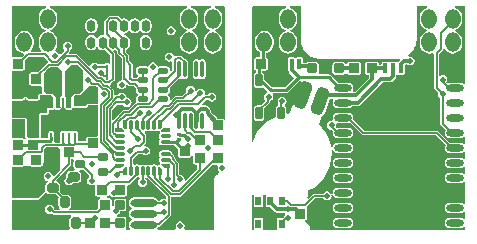
<source format=gbl>
G04*
G04 #@! TF.GenerationSoftware,Altium Limited,Altium Designer,19.1.5 (86)*
G04*
G04 Layer_Physical_Order=4*
G04 Layer_Color=16711680*
%FSLAX25Y25*%
%MOIN*%
G70*
G01*
G75*
%ADD11C,0.00500*%
%ADD16C,0.00800*%
G04:AMPARAMS|DCode=19|XSize=35mil|YSize=35mil|CornerRadius=3.5mil|HoleSize=0mil|Usage=FLASHONLY|Rotation=90.000|XOffset=0mil|YOffset=0mil|HoleType=Round|Shape=RoundedRectangle|*
%AMROUNDEDRECTD19*
21,1,0.03500,0.02800,0,0,90.0*
21,1,0.02800,0.03500,0,0,90.0*
1,1,0.00700,0.01400,0.01400*
1,1,0.00700,0.01400,-0.01400*
1,1,0.00700,-0.01400,-0.01400*
1,1,0.00700,-0.01400,0.01400*
%
%ADD19ROUNDEDRECTD19*%
G04:AMPARAMS|DCode=21|XSize=16mil|YSize=35mil|CornerRadius=2.4mil|HoleSize=0mil|Usage=FLASHONLY|Rotation=180.000|XOffset=0mil|YOffset=0mil|HoleType=Round|Shape=RoundedRectangle|*
%AMROUNDEDRECTD21*
21,1,0.01600,0.03020,0,0,180.0*
21,1,0.01120,0.03500,0,0,180.0*
1,1,0.00480,-0.00560,0.01510*
1,1,0.00480,0.00560,0.01510*
1,1,0.00480,0.00560,-0.01510*
1,1,0.00480,-0.00560,-0.01510*
%
%ADD21ROUNDEDRECTD21*%
G04:AMPARAMS|DCode=22|XSize=35mil|YSize=35mil|CornerRadius=4.38mil|HoleSize=0mil|Usage=FLASHONLY|Rotation=90.000|XOffset=0mil|YOffset=0mil|HoleType=Round|Shape=RoundedRectangle|*
%AMROUNDEDRECTD22*
21,1,0.03500,0.02625,0,0,90.0*
21,1,0.02625,0.03500,0,0,90.0*
1,1,0.00875,0.01313,0.01313*
1,1,0.00875,0.01313,-0.01313*
1,1,0.00875,-0.01313,-0.01313*
1,1,0.00875,-0.01313,0.01313*
%
%ADD22ROUNDEDRECTD22*%
G04:AMPARAMS|DCode=23|XSize=35mil|YSize=35mil|CornerRadius=4.38mil|HoleSize=0mil|Usage=FLASHONLY|Rotation=0.000|XOffset=0mil|YOffset=0mil|HoleType=Round|Shape=RoundedRectangle|*
%AMROUNDEDRECTD23*
21,1,0.03500,0.02625,0,0,0.0*
21,1,0.02625,0.03500,0,0,0.0*
1,1,0.00875,0.01313,-0.01313*
1,1,0.00875,-0.01313,-0.01313*
1,1,0.00875,-0.01313,0.01313*
1,1,0.00875,0.01313,0.01313*
%
%ADD23ROUNDEDRECTD23*%
G04:AMPARAMS|DCode=24|XSize=27.56mil|YSize=35.43mil|CornerRadius=6.89mil|HoleSize=0mil|Usage=FLASHONLY|Rotation=270.000|XOffset=0mil|YOffset=0mil|HoleType=Round|Shape=RoundedRectangle|*
%AMROUNDEDRECTD24*
21,1,0.02756,0.02165,0,0,270.0*
21,1,0.01378,0.03543,0,0,270.0*
1,1,0.01378,-0.01083,-0.00689*
1,1,0.01378,-0.01083,0.00689*
1,1,0.01378,0.01083,0.00689*
1,1,0.01378,0.01083,-0.00689*
%
%ADD24ROUNDEDRECTD24*%
G04:AMPARAMS|DCode=28|XSize=35mil|YSize=35mil|CornerRadius=3.5mil|HoleSize=0mil|Usage=FLASHONLY|Rotation=180.000|XOffset=0mil|YOffset=0mil|HoleType=Round|Shape=RoundedRectangle|*
%AMROUNDEDRECTD28*
21,1,0.03500,0.02800,0,0,180.0*
21,1,0.02800,0.03500,0,0,180.0*
1,1,0.00700,-0.01400,0.01400*
1,1,0.00700,0.01400,0.01400*
1,1,0.00700,0.01400,-0.01400*
1,1,0.00700,-0.01400,-0.01400*
%
%ADD28ROUNDEDRECTD28*%
G04:AMPARAMS|DCode=30|XSize=23.62mil|YSize=43.31mil|CornerRadius=5.91mil|HoleSize=0mil|Usage=FLASHONLY|Rotation=180.000|XOffset=0mil|YOffset=0mil|HoleType=Round|Shape=RoundedRectangle|*
%AMROUNDEDRECTD30*
21,1,0.02362,0.03150,0,0,180.0*
21,1,0.01181,0.04331,0,0,180.0*
1,1,0.01181,-0.00591,0.01575*
1,1,0.01181,0.00591,0.01575*
1,1,0.01181,0.00591,-0.01575*
1,1,0.01181,-0.00591,-0.01575*
%
%ADD30ROUNDEDRECTD30*%
%ADD50C,0.02000*%
%ADD51C,0.01200*%
%ADD52C,0.01000*%
%ADD54O,0.05118X0.06535*%
%ADD55O,0.08465X0.03543*%
%ADD56O,0.02992X0.03937*%
%ADD57C,0.01968*%
%ADD58C,0.02362*%
G04:AMPARAMS|DCode=63|XSize=43.31mil|YSize=94.49mil|CornerRadius=17.32mil|HoleSize=0mil|Usage=FLASHONLY|Rotation=340.000|XOffset=0mil|YOffset=0mil|HoleType=Round|Shape=RoundedRectangle|*
%AMROUNDEDRECTD63*
21,1,0.04331,0.05984,0,0,340.0*
21,1,0.00866,0.09449,0,0,340.0*
1,1,0.03465,-0.00616,-0.02960*
1,1,0.03465,-0.01430,-0.02664*
1,1,0.03465,0.00616,0.02960*
1,1,0.03465,0.01430,0.02664*
%
%ADD63ROUNDEDRECTD63*%
G04:AMPARAMS|DCode=64|XSize=25mil|YSize=90mil|CornerRadius=12.5mil|HoleSize=0mil|Usage=FLASHONLY|Rotation=90.000|XOffset=0mil|YOffset=0mil|HoleType=Round|Shape=RoundedRectangle|*
%AMROUNDEDRECTD64*
21,1,0.02500,0.06500,0,0,90.0*
21,1,0.00000,0.09000,0,0,90.0*
1,1,0.02500,0.03250,0.00000*
1,1,0.02500,0.03250,0.00000*
1,1,0.02500,-0.03250,0.00000*
1,1,0.02500,-0.03250,0.00000*
%
%ADD64ROUNDEDRECTD64*%
G04:AMPARAMS|DCode=65|XSize=10mil|YSize=16mil|CornerRadius=2.5mil|HoleSize=0mil|Usage=FLASHONLY|Rotation=270.000|XOffset=0mil|YOffset=0mil|HoleType=Round|Shape=RoundedRectangle|*
%AMROUNDEDRECTD65*
21,1,0.01000,0.01100,0,0,270.0*
21,1,0.00500,0.01600,0,0,270.0*
1,1,0.00500,-0.00550,-0.00250*
1,1,0.00500,-0.00550,0.00250*
1,1,0.00500,0.00550,0.00250*
1,1,0.00500,0.00550,-0.00250*
%
%ADD65ROUNDEDRECTD65*%
%ADD66R,0.01968X0.03150*%
G04:AMPARAMS|DCode=67|XSize=35.43mil|YSize=31.5mil|CornerRadius=3.94mil|HoleSize=0mil|Usage=FLASHONLY|Rotation=180.000|XOffset=0mil|YOffset=0mil|HoleType=Round|Shape=RoundedRectangle|*
%AMROUNDEDRECTD67*
21,1,0.03543,0.02362,0,0,180.0*
21,1,0.02756,0.03150,0,0,180.0*
1,1,0.00787,-0.01378,0.01181*
1,1,0.00787,0.01378,0.01181*
1,1,0.00787,0.01378,-0.01181*
1,1,0.00787,-0.01378,-0.01181*
%
%ADD67ROUNDEDRECTD67*%
%ADD68O,0.05906X0.02362*%
G04:AMPARAMS|DCode=69|XSize=27.56mil|YSize=59.06mil|CornerRadius=6.89mil|HoleSize=0mil|Usage=FLASHONLY|Rotation=270.000|XOffset=0mil|YOffset=0mil|HoleType=Round|Shape=RoundedRectangle|*
%AMROUNDEDRECTD69*
21,1,0.02756,0.04528,0,0,270.0*
21,1,0.01378,0.05906,0,0,270.0*
1,1,0.01378,-0.02264,-0.00689*
1,1,0.01378,-0.02264,0.00689*
1,1,0.01378,0.02264,0.00689*
1,1,0.01378,0.02264,-0.00689*
%
%ADD69ROUNDEDRECTD69*%
G04:AMPARAMS|DCode=70|XSize=31.5mil|YSize=31.5mil|CornerRadius=3.15mil|HoleSize=0mil|Usage=FLASHONLY|Rotation=270.000|XOffset=0mil|YOffset=0mil|HoleType=Round|Shape=RoundedRectangle|*
%AMROUNDEDRECTD70*
21,1,0.03150,0.02520,0,0,270.0*
21,1,0.02520,0.03150,0,0,270.0*
1,1,0.00630,-0.01260,-0.01260*
1,1,0.00630,-0.01260,0.01260*
1,1,0.00630,0.01260,0.01260*
1,1,0.00630,0.01260,-0.01260*
%
%ADD70ROUNDEDRECTD70*%
G04:AMPARAMS|DCode=71|XSize=17.72mil|YSize=35.43mil|CornerRadius=4.43mil|HoleSize=0mil|Usage=FLASHONLY|Rotation=90.000|XOffset=0mil|YOffset=0mil|HoleType=Round|Shape=RoundedRectangle|*
%AMROUNDEDRECTD71*
21,1,0.01772,0.02657,0,0,90.0*
21,1,0.00886,0.03543,0,0,90.0*
1,1,0.00886,0.01329,0.00443*
1,1,0.00886,0.01329,-0.00443*
1,1,0.00886,-0.01329,-0.00443*
1,1,0.00886,-0.01329,0.00443*
%
%ADD71ROUNDEDRECTD71*%
G04:AMPARAMS|DCode=72|XSize=12mil|YSize=22mil|CornerRadius=3mil|HoleSize=0mil|Usage=FLASHONLY|Rotation=270.000|XOffset=0mil|YOffset=0mil|HoleType=Round|Shape=RoundedRectangle|*
%AMROUNDEDRECTD72*
21,1,0.01200,0.01600,0,0,270.0*
21,1,0.00600,0.02200,0,0,270.0*
1,1,0.00600,-0.00800,-0.00300*
1,1,0.00600,-0.00800,0.00300*
1,1,0.00600,0.00800,0.00300*
1,1,0.00600,0.00800,-0.00300*
%
%ADD72ROUNDEDRECTD72*%
G04:AMPARAMS|DCode=73|XSize=12mil|YSize=32mil|CornerRadius=3mil|HoleSize=0mil|Usage=FLASHONLY|Rotation=270.000|XOffset=0mil|YOffset=0mil|HoleType=Round|Shape=RoundedRectangle|*
%AMROUNDEDRECTD73*
21,1,0.01200,0.02600,0,0,270.0*
21,1,0.00600,0.03200,0,0,270.0*
1,1,0.00600,-0.01300,-0.00300*
1,1,0.00600,-0.01300,0.00300*
1,1,0.00600,0.01300,0.00300*
1,1,0.00600,0.01300,-0.00300*
%
%ADD73ROUNDEDRECTD73*%
G04:AMPARAMS|DCode=74|XSize=12mil|YSize=22mil|CornerRadius=3mil|HoleSize=0mil|Usage=FLASHONLY|Rotation=0.000|XOffset=0mil|YOffset=0mil|HoleType=Round|Shape=RoundedRectangle|*
%AMROUNDEDRECTD74*
21,1,0.01200,0.01600,0,0,0.0*
21,1,0.00600,0.02200,0,0,0.0*
1,1,0.00600,0.00300,-0.00800*
1,1,0.00600,-0.00300,-0.00800*
1,1,0.00600,-0.00300,0.00800*
1,1,0.00600,0.00300,0.00800*
%
%ADD74ROUNDEDRECTD74*%
G04:AMPARAMS|DCode=75|XSize=12mil|YSize=32mil|CornerRadius=3mil|HoleSize=0mil|Usage=FLASHONLY|Rotation=0.000|XOffset=0mil|YOffset=0mil|HoleType=Round|Shape=RoundedRectangle|*
%AMROUNDEDRECTD75*
21,1,0.01200,0.02600,0,0,0.0*
21,1,0.00600,0.03200,0,0,0.0*
1,1,0.00600,0.00300,-0.01300*
1,1,0.00600,-0.00300,-0.01300*
1,1,0.00600,-0.00300,0.01300*
1,1,0.00600,0.00300,0.01300*
%
%ADD75ROUNDEDRECTD75*%
G04:AMPARAMS|DCode=76|XSize=7.87mil|YSize=20.67mil|CornerRadius=1.97mil|HoleSize=0mil|Usage=FLASHONLY|Rotation=0.000|XOffset=0mil|YOffset=0mil|HoleType=Round|Shape=RoundedRectangle|*
%AMROUNDEDRECTD76*
21,1,0.00787,0.01673,0,0,0.0*
21,1,0.00394,0.02067,0,0,0.0*
1,1,0.00394,0.00197,-0.00837*
1,1,0.00394,-0.00197,-0.00837*
1,1,0.00394,-0.00197,0.00837*
1,1,0.00394,0.00197,0.00837*
%
%ADD76ROUNDEDRECTD76*%
G04:AMPARAMS|DCode=77|XSize=15.75mil|YSize=20.67mil|CornerRadius=3.94mil|HoleSize=0mil|Usage=FLASHONLY|Rotation=180.000|XOffset=0mil|YOffset=0mil|HoleType=Round|Shape=RoundedRectangle|*
%AMROUNDEDRECTD77*
21,1,0.01575,0.01280,0,0,180.0*
21,1,0.00787,0.02067,0,0,180.0*
1,1,0.00787,-0.00394,0.00640*
1,1,0.00787,0.00394,0.00640*
1,1,0.00787,0.00394,-0.00640*
1,1,0.00787,-0.00394,-0.00640*
%
%ADD77ROUNDEDRECTD77*%
G04:AMPARAMS|DCode=78|XSize=90mil|YSize=47.24mil|CornerRadius=0mil|HoleSize=0mil|Usage=FLASHONLY|Rotation=0.000|XOffset=0mil|YOffset=0mil|HoleType=Round|Shape=Octagon|*
%AMOCTAGOND78*
4,1,8,0.04500,-0.01181,0.04500,0.01181,0.03319,0.02362,-0.03319,0.02362,-0.04500,0.01181,-0.04500,-0.01181,-0.03319,-0.02362,0.03319,-0.02362,0.04500,-0.01181,0.0*
%
%ADD78OCTAGOND78*%

G04:AMPARAMS|DCode=79|XSize=78.74mil|YSize=31.5mil|CornerRadius=7.87mil|HoleSize=0mil|Usage=FLASHONLY|Rotation=90.000|XOffset=0mil|YOffset=0mil|HoleType=Round|Shape=RoundedRectangle|*
%AMROUNDEDRECTD79*
21,1,0.07874,0.01575,0,0,90.0*
21,1,0.06299,0.03150,0,0,90.0*
1,1,0.01575,0.00787,0.03150*
1,1,0.01575,0.00787,-0.03150*
1,1,0.01575,-0.00787,-0.03150*
1,1,0.01575,-0.00787,0.03150*
%
%ADD79ROUNDEDRECTD79*%
%ADD80O,0.00906X0.03150*%
%ADD81R,0.09449X0.06496*%
%ADD82O,0.01181X0.05709*%
G04:AMPARAMS|DCode=83|XSize=31.58mil|YSize=38.27mil|CornerRadius=7.89mil|HoleSize=0mil|Usage=FLASHONLY|Rotation=270.000|XOffset=0mil|YOffset=0mil|HoleType=Round|Shape=RoundedRectangle|*
%AMROUNDEDRECTD83*
21,1,0.03158,0.02248,0,0,270.0*
21,1,0.01579,0.03827,0,0,270.0*
1,1,0.01579,-0.01124,-0.00789*
1,1,0.01579,-0.01124,0.00789*
1,1,0.01579,0.01124,0.00789*
1,1,0.01579,0.01124,-0.00789*
%
%ADD83ROUNDEDRECTD83*%
G04:AMPARAMS|DCode=84|XSize=31.58mil|YSize=38.27mil|CornerRadius=7.89mil|HoleSize=0mil|Usage=FLASHONLY|Rotation=0.000|XOffset=0mil|YOffset=0mil|HoleType=Round|Shape=RoundedRectangle|*
%AMROUNDEDRECTD84*
21,1,0.03158,0.02248,0,0,0.0*
21,1,0.01579,0.03827,0,0,0.0*
1,1,0.01579,0.00789,-0.01124*
1,1,0.01579,-0.00789,-0.01124*
1,1,0.01579,-0.00789,0.01124*
1,1,0.01579,0.00789,0.01124*
%
%ADD84ROUNDEDRECTD84*%
%ADD85C,0.01575*%
%ADD86R,0.03150X0.01102*%
G36*
X25755Y84765D02*
X25658Y84752D01*
X24914Y84444D01*
X24275Y83953D01*
X23785Y83314D01*
X23476Y82570D01*
X23371Y81772D01*
Y80354D01*
X23476Y79556D01*
X23785Y78812D01*
X24275Y78173D01*
X24914Y77682D01*
X25658Y77374D01*
Y76878D01*
X24914Y76570D01*
X24275Y76079D01*
X23785Y75440D01*
X23476Y74696D01*
X23371Y73898D01*
Y72480D01*
X23476Y71682D01*
X23785Y70938D01*
X24170Y70436D01*
X23979Y69936D01*
X21060D01*
X20870Y70436D01*
X21255Y70938D01*
X21563Y71682D01*
X21668Y72480D01*
Y73898D01*
X21563Y74696D01*
X21255Y75440D01*
X20764Y76079D01*
X20125Y76570D01*
X19381Y76878D01*
X18583Y76983D01*
X17784Y76878D01*
X17040Y76570D01*
X16401Y76079D01*
X15911Y75440D01*
X15602Y74696D01*
X15497Y73898D01*
Y72480D01*
X15602Y71682D01*
X15911Y70938D01*
X16401Y70299D01*
X17040Y69808D01*
X17784Y69500D01*
X18162Y69450D01*
X18341Y68922D01*
X17687Y68268D01*
X15188D01*
X14881Y68207D01*
X14753Y68243D01*
X14381Y68502D01*
Y85265D01*
X25722D01*
X25755Y84765D01*
D02*
G37*
G36*
X85638Y84911D02*
X85638Y47409D01*
X85607Y47396D01*
X85138Y47325D01*
X85013Y47513D01*
X84732Y47701D01*
X84400Y47767D01*
X82960D01*
X82898Y48079D01*
X82570Y48570D01*
X82079Y48898D01*
X81850Y48944D01*
X80825Y49970D01*
Y50297D01*
X80825Y50297D01*
X80739Y50726D01*
X80496Y51090D01*
X80496Y51090D01*
X79793Y51793D01*
X79429Y52036D01*
X79000Y52122D01*
X79000Y52122D01*
X77910D01*
X77703Y52622D01*
X79182Y54100D01*
X79726D01*
X79930Y53795D01*
X80421Y53467D01*
X81000Y53352D01*
X81579Y53467D01*
X82070Y53795D01*
X82398Y54286D01*
X82513Y54865D01*
X82398Y55444D01*
X82070Y55935D01*
X81579Y56263D01*
X81000Y56378D01*
X80421Y56263D01*
X79930Y55935D01*
X79726Y55630D01*
X79179D01*
X78777Y56067D01*
X78767Y56120D01*
X78789Y56232D01*
X78674Y56811D01*
X78346Y57302D01*
X77855Y57630D01*
X77276Y57746D01*
X76696Y57630D01*
X76205Y57302D01*
X76000Y56995D01*
X75711Y57044D01*
X75500Y57146D01*
X75398Y57656D01*
X75070Y58147D01*
X74579Y58475D01*
X74000Y58590D01*
X73421Y58475D01*
X72930Y58147D01*
X72602Y57656D01*
X72487Y57077D01*
X72558Y56717D01*
X71106Y55265D01*
X69219D01*
X68926Y55207D01*
X68678Y55041D01*
X68678Y55041D01*
X67637Y53999D01*
X67137Y54206D01*
Y54719D01*
X67063Y55086D01*
X66855Y55398D01*
X66569Y55589D01*
X66543Y55781D01*
Y55920D01*
X66569Y56111D01*
X66855Y56302D01*
X67063Y56614D01*
X67137Y56982D01*
Y57868D01*
X67106Y58024D01*
X69900Y60818D01*
X70063Y60786D01*
X70489Y60870D01*
X70849Y61111D01*
X71245D01*
X71606Y60870D01*
X72031Y60786D01*
X72457Y60870D01*
X72818Y61111D01*
X73059Y61472D01*
X73143Y61898D01*
Y66425D01*
X73059Y66851D01*
X72818Y67212D01*
X72457Y67453D01*
X72155Y67513D01*
X71127Y68541D01*
X70878Y68707D01*
X70586Y68765D01*
X69500D01*
X69500Y68765D01*
X69207Y68707D01*
X68959Y68541D01*
X68959Y68541D01*
X68934Y68515D01*
X68391Y68680D01*
X68358Y68846D01*
X68030Y69337D01*
X67539Y69665D01*
X66960Y69780D01*
X66381Y69665D01*
X65890Y69337D01*
X65562Y68846D01*
X65447Y68267D01*
X65562Y67688D01*
X65890Y67197D01*
X66381Y66869D01*
X66960Y66753D01*
X67458Y66852D01*
X67958Y66604D01*
Y63901D01*
X67581Y63592D01*
X67137Y63776D01*
Y64167D01*
X67063Y64535D01*
X66855Y64847D01*
X66543Y65056D01*
X66175Y65129D01*
X63518D01*
X63150Y65056D01*
X62918Y65480D01*
X62898Y65579D01*
X62570Y66070D01*
X62079Y66398D01*
X61500Y66513D01*
X60921Y66398D01*
X60430Y66070D01*
X60102Y65579D01*
X60082Y65480D01*
X59850Y65056D01*
X59482Y65129D01*
X56825D01*
X56457Y65056D01*
X56145Y64847D01*
X55937Y64535D01*
X55863Y64167D01*
Y63282D01*
X55937Y62914D01*
X56145Y62602D01*
X56431Y62411D01*
X56457Y62219D01*
Y62080D01*
X56431Y61889D01*
X56145Y61698D01*
X55937Y61386D01*
X55927Y61339D01*
X54942D01*
X54844Y61437D01*
Y62561D01*
X54790Y62833D01*
X54702Y62966D01*
Y63534D01*
X54790Y63667D01*
X54844Y63939D01*
Y65612D01*
X54790Y65884D01*
X54636Y66115D01*
X54434Y66250D01*
X53499Y67185D01*
Y68679D01*
X53441Y68971D01*
X53275Y69219D01*
X52536Y69958D01*
Y70755D01*
X52551Y70758D01*
X53211Y71199D01*
X53652Y71859D01*
X53807Y72638D01*
Y73583D01*
X53652Y74361D01*
X53211Y75022D01*
X52551Y75463D01*
X51772Y75618D01*
X51751Y75614D01*
X51735Y75636D01*
X51739Y75687D01*
X51973Y76155D01*
X52551Y76269D01*
X53211Y76710D01*
X53293Y76834D01*
X53793D01*
X53876Y76710D01*
X54536Y76269D01*
X55315Y76114D01*
X56094Y76269D01*
X56754Y76710D01*
X56935Y76981D01*
X57435D01*
X57616Y76710D01*
X58276Y76269D01*
X59055Y76114D01*
X59834Y76269D01*
X60494Y76710D01*
X60935Y77371D01*
X61090Y78150D01*
Y79094D01*
X60935Y79873D01*
X60494Y80534D01*
X59834Y80975D01*
X59055Y81130D01*
X58276Y80975D01*
X57616Y80534D01*
X57435Y80263D01*
X56935D01*
X56754Y80534D01*
X56094Y80975D01*
X55315Y81130D01*
X54536Y80975D01*
X53876Y80534D01*
X53793Y80410D01*
X53293D01*
X53211Y80534D01*
X52551Y80975D01*
X51772Y81130D01*
X50993Y80975D01*
X50981Y80967D01*
X50066Y81881D01*
X49818Y82047D01*
X49526Y82105D01*
X47298D01*
X47005Y82047D01*
X46757Y81881D01*
X45442Y80566D01*
X45276Y80317D01*
X45218Y80025D01*
Y76022D01*
X44889Y75670D01*
X44752Y75604D01*
X44685Y75618D01*
X43906Y75463D01*
X43246Y75022D01*
X43065Y74751D01*
X42565D01*
X42384Y75022D01*
X41724Y75463D01*
X40945Y75618D01*
X40166Y75463D01*
X39506Y75022D01*
X39065Y74361D01*
X38910Y73583D01*
Y72638D01*
X39065Y71859D01*
X39506Y71199D01*
X40166Y70758D01*
X40945Y70603D01*
X41724Y70758D01*
X42384Y71199D01*
X42565Y71470D01*
X43065D01*
X43246Y71199D01*
X43906Y70758D01*
X44685Y70603D01*
X45464Y70758D01*
X45476Y70766D01*
X47267Y68975D01*
Y66259D01*
X46779Y66111D01*
X46767Y66114D01*
X46754Y66120D01*
X46532Y66269D01*
X46260Y66323D01*
X45866D01*
X45594Y66269D01*
X45364Y66115D01*
X45210Y65884D01*
X45191Y65790D01*
X43123D01*
X43070Y65870D01*
X42579Y66198D01*
X42000Y66313D01*
X41421Y66198D01*
X40930Y65870D01*
X40664Y65472D01*
X40117Y65311D01*
X36388Y69041D01*
X36140Y69207D01*
X35847Y69265D01*
X33633D01*
X33441Y69727D01*
X33541Y69826D01*
X33707Y70074D01*
X33765Y70367D01*
Y70726D01*
X34070Y70930D01*
X34398Y71421D01*
X34513Y72000D01*
X34398Y72579D01*
X34070Y73070D01*
X33579Y73398D01*
X33000Y73513D01*
X32421Y73398D01*
X31930Y73070D01*
X31602Y72579D01*
X31487Y72000D01*
X31602Y71421D01*
X31930Y70930D01*
X31900Y70348D01*
X30723Y69171D01*
X30176Y69332D01*
X29910Y69730D01*
X29419Y70058D01*
X29128Y70116D01*
X28915Y70659D01*
X29129Y70938D01*
X29437Y71682D01*
X29542Y72480D01*
Y73898D01*
X29437Y74696D01*
X29129Y75440D01*
X28638Y76079D01*
X27999Y76570D01*
X27255Y76878D01*
Y77374D01*
X27999Y77682D01*
X28638Y78173D01*
X29129Y78812D01*
X29437Y79556D01*
X29542Y80354D01*
Y81772D01*
X29437Y82570D01*
X29129Y83314D01*
X28638Y83953D01*
X27999Y84444D01*
X27255Y84752D01*
X27158Y84765D01*
X27191Y85265D01*
X72809D01*
X72842Y84765D01*
X72745Y84752D01*
X72001Y84444D01*
X71362Y83953D01*
X70871Y83314D01*
X70563Y82570D01*
X70458Y81772D01*
Y80354D01*
X70563Y79556D01*
X70871Y78812D01*
X71362Y78173D01*
X72001Y77682D01*
X72745Y77374D01*
Y76878D01*
X72001Y76570D01*
X71362Y76079D01*
X70871Y75440D01*
X70563Y74696D01*
X70458Y73898D01*
Y72480D01*
X70563Y71682D01*
X70871Y70938D01*
X71362Y70299D01*
X72001Y69808D01*
X72745Y69500D01*
X73543Y69395D01*
X74342Y69500D01*
X75086Y69808D01*
X75725Y70299D01*
X76215Y70938D01*
X76524Y71682D01*
X76629Y72480D01*
Y73898D01*
X76524Y74696D01*
X76215Y75440D01*
X75725Y76079D01*
X75086Y76570D01*
X74342Y76878D01*
Y77374D01*
X75086Y77682D01*
X75725Y78173D01*
X76215Y78812D01*
X76524Y79556D01*
X76629Y80354D01*
Y81772D01*
X76524Y82570D01*
X76215Y83314D01*
X75725Y83953D01*
X75086Y84444D01*
X74342Y84752D01*
X74245Y84765D01*
X74278Y85265D01*
X80683D01*
X80716Y84765D01*
X80619Y84752D01*
X79875Y84444D01*
X79236Y83953D01*
X78745Y83314D01*
X78437Y82570D01*
X78332Y81772D01*
Y80354D01*
X78437Y79556D01*
X78745Y78812D01*
X79236Y78173D01*
X79875Y77682D01*
X80619Y77374D01*
Y76878D01*
X79875Y76570D01*
X79236Y76079D01*
X78745Y75440D01*
X78437Y74696D01*
X78332Y73898D01*
Y72480D01*
X78437Y71682D01*
X78745Y70938D01*
X79236Y70299D01*
X79875Y69808D01*
X80619Y69500D01*
X81417Y69395D01*
X82216Y69500D01*
X82960Y69808D01*
X83599Y70299D01*
X84089Y70938D01*
X84398Y71682D01*
X84503Y72480D01*
Y73898D01*
X84398Y74696D01*
X84089Y75440D01*
X83599Y76079D01*
X82960Y76570D01*
X82216Y76878D01*
Y77374D01*
X82960Y77682D01*
X83599Y78173D01*
X84089Y78812D01*
X84398Y79556D01*
X84503Y80354D01*
Y81772D01*
X84398Y82570D01*
X84089Y83314D01*
X83599Y83953D01*
X82960Y84444D01*
X82216Y84752D01*
X82119Y84765D01*
X82152Y85265D01*
X85285D01*
X85638Y84911D01*
D02*
G37*
G36*
X165619Y59462D02*
X165390Y59330D01*
X165119Y59256D01*
X164628Y59584D01*
X163972Y59714D01*
X160429D01*
X159773Y59584D01*
X159608Y59473D01*
X159200Y59881D01*
X159398Y60177D01*
X159513Y60757D01*
X159398Y61336D01*
X159070Y61827D01*
X158579Y62155D01*
X158000Y62270D01*
X157421Y62155D01*
X157265Y62050D01*
X156765Y62318D01*
Y69183D01*
X158041Y70459D01*
X158206Y70707D01*
X158236Y70856D01*
X158712Y70931D01*
X158750Y70928D01*
X159234Y70297D01*
X159873Y69807D01*
X160617Y69499D01*
X161416Y69393D01*
X162215Y69499D01*
X162959Y69807D01*
X163598Y70297D01*
X164088Y70936D01*
X164396Y71680D01*
X164501Y72479D01*
Y73896D01*
X164396Y74695D01*
X164088Y75439D01*
X163598Y76078D01*
X162959Y76568D01*
X162215Y76877D01*
Y77373D01*
X162959Y77681D01*
X163598Y78171D01*
X164088Y78810D01*
X164396Y79554D01*
X164501Y80353D01*
Y81770D01*
X164396Y82569D01*
X164088Y83313D01*
X163598Y83952D01*
X162959Y84442D01*
X162215Y84751D01*
X162107Y84765D01*
X162140Y85265D01*
X165619D01*
Y59462D01*
D02*
G37*
G36*
X110658Y74410D02*
X110663Y74384D01*
X110660Y74359D01*
X110688Y73787D01*
X110706Y73713D01*
X110706Y73638D01*
X110930Y72515D01*
X110968Y72422D01*
X110988Y72324D01*
X111426Y71266D01*
X111482Y71182D01*
X111520Y71089D01*
X112157Y70137D01*
X112228Y70066D01*
X112283Y69983D01*
X113093Y69173D01*
X113177Y69117D01*
X113248Y69046D01*
X114200Y68410D01*
X114292Y68372D01*
X114376Y68316D01*
X115434Y67878D01*
X115532Y67858D01*
X115625Y67820D01*
X116748Y67596D01*
X116824Y67596D01*
X116897Y67578D01*
X117470Y67549D01*
X117495Y67553D01*
X117520Y67548D01*
X142480D01*
X142505Y67553D01*
X142531Y67549D01*
X143103Y67578D01*
X143176Y67596D01*
X143252Y67596D01*
X143704Y67686D01*
X143951Y67225D01*
X143477Y66752D01*
X143251Y66707D01*
X143007Y66544D01*
X142594D01*
X142349Y66707D01*
X142060Y66764D01*
X140940D01*
X140651Y66707D01*
X140407Y66544D01*
X139994D01*
X139749Y66707D01*
X139460Y66764D01*
X138340D01*
X138051Y66707D01*
X137806Y66544D01*
X137643Y66299D01*
X137585Y66010D01*
Y65622D01*
X136768D01*
Y65812D01*
X136696Y66178D01*
X136488Y66488D01*
X136178Y66696D01*
X135812Y66768D01*
X133187D01*
X132822Y66696D01*
X132512Y66488D01*
X132304Y66178D01*
X132232Y65812D01*
Y63187D01*
X132304Y62822D01*
X132512Y62512D01*
X132822Y62304D01*
X133187Y62232D01*
X133378D01*
Y61303D01*
X128734Y56658D01*
X128230Y56702D01*
X128006Y57122D01*
X128154Y57344D01*
X128285Y58000D01*
X128154Y58656D01*
X127783Y59212D01*
X127227Y59584D01*
X126571Y59714D01*
X123367D01*
X120885Y62196D01*
X120554Y62417D01*
X120164Y62495D01*
X116976D01*
X116695Y62965D01*
X116697Y62995D01*
X116762Y63319D01*
Y65681D01*
X116692Y66030D01*
X116495Y66325D01*
X116199Y66523D01*
X115850Y66592D01*
X113094D01*
X112746Y66523D01*
X112519Y66372D01*
X111615D01*
Y67510D01*
X111557Y67799D01*
X111393Y68044D01*
X111149Y68207D01*
X110860Y68265D01*
X109740D01*
X109451Y68207D01*
X109206Y68044D01*
X108793D01*
X108549Y68207D01*
X108260Y68265D01*
X107140D01*
X106851Y68207D01*
X106606Y68044D01*
X106443Y67799D01*
X106386Y67510D01*
Y64490D01*
X106443Y64201D01*
X106578Y63999D01*
Y63826D01*
X106578Y63826D01*
X106664Y63396D01*
X106907Y63033D01*
X108537Y61403D01*
X105353Y58220D01*
X101105D01*
X98462Y60863D01*
Y62087D01*
X98378Y62512D01*
X98137Y62873D01*
X97916Y63020D01*
Y63733D01*
X98900D01*
X99232Y63799D01*
X99513Y63987D01*
X99701Y64268D01*
X99767Y64600D01*
Y67400D01*
X99701Y67732D01*
X99513Y68013D01*
X99232Y68201D01*
X99129Y68221D01*
Y69466D01*
X99380Y69499D01*
X100124Y69807D01*
X100763Y70297D01*
X101253Y70936D01*
X101562Y71680D01*
X101667Y72479D01*
Y73896D01*
X101562Y74695D01*
X101253Y75439D01*
X100763Y76078D01*
X100124Y76568D01*
X99380Y76877D01*
X98581Y76982D01*
X97783Y76877D01*
X97039Y76568D01*
X96400Y76078D01*
X95909Y75439D01*
X95601Y74695D01*
X95496Y73896D01*
Y72479D01*
X95601Y71680D01*
X95909Y70936D01*
X96400Y70297D01*
X97039Y69807D01*
X97089Y69786D01*
Y68267D01*
X96100D01*
X95768Y68201D01*
X95487Y68013D01*
X95299Y67732D01*
X95233Y67400D01*
Y64600D01*
X95299Y64268D01*
X95487Y63987D01*
X95768Y63799D01*
X95877Y63778D01*
Y63140D01*
X95744Y63114D01*
X95383Y62873D01*
X95142Y62512D01*
X95057Y62087D01*
Y58937D01*
X95142Y58512D01*
X95383Y58151D01*
X95744Y57910D01*
X96169Y57825D01*
X97350D01*
X97776Y57910D01*
X98137Y58151D01*
X98277Y58165D01*
X99566Y56875D01*
X99460Y56527D01*
X99370Y56364D01*
X98930Y56070D01*
X98602Y55579D01*
X98487Y55000D01*
X98602Y54421D01*
X98930Y53930D01*
X98699Y53493D01*
X97376Y52170D01*
X97350Y52175D01*
X96169D01*
X95744Y52090D01*
X95383Y51849D01*
X95142Y51489D01*
X95057Y51063D01*
Y47913D01*
X95142Y47488D01*
X95383Y47127D01*
X95744Y46886D01*
X96169Y46801D01*
X97350D01*
X97776Y46886D01*
X98137Y47127D01*
X98378Y47488D01*
X98462Y47913D01*
Y51063D01*
X98457Y51088D01*
X100260Y52891D01*
X100426Y53139D01*
X100484Y53432D01*
Y53583D01*
X100579Y53602D01*
X101070Y53930D01*
X101398Y54421D01*
X101513Y55000D01*
X101398Y55579D01*
X101330Y55680D01*
X101598Y56180D01*
X105776D01*
X106166Y56258D01*
X106497Y56479D01*
X110447Y60429D01*
X114083Y59106D01*
X114294Y58653D01*
X112607Y54016D01*
X107969Y51854D01*
X107136Y49564D01*
X106632Y49323D01*
X106309Y49299D01*
X105943Y49639D01*
Y51063D01*
X105858Y51489D01*
X105617Y51849D01*
X105609Y51855D01*
X105571Y52410D01*
X105594Y52466D01*
X105898Y52921D01*
X106013Y53500D01*
X105898Y54079D01*
X105570Y54570D01*
X105079Y54898D01*
X104500Y55013D01*
X103921Y54898D01*
X103430Y54570D01*
X103102Y54079D01*
X102987Y53500D01*
X103102Y52921D01*
X103305Y52616D01*
X103265Y52358D01*
X103176Y52084D01*
X103139Y52034D01*
X102863Y51849D01*
X102622Y51489D01*
X102538Y51063D01*
Y48354D01*
X101198Y47763D01*
X99298Y46505D01*
X97638Y44943D01*
X96266Y43123D01*
X95221Y41097D01*
X94862Y39961D01*
X94362Y40038D01*
X94361Y84911D01*
X94715Y85265D01*
X105731D01*
X105764Y84765D01*
X105657Y84751D01*
X104913Y84442D01*
X104274Y83952D01*
X103783Y83313D01*
X103475Y82569D01*
X103370Y81770D01*
Y80353D01*
X103475Y79554D01*
X103783Y78810D01*
X104274Y78171D01*
X104913Y77681D01*
X105657Y77373D01*
Y76877D01*
X104913Y76568D01*
X104274Y76078D01*
X103783Y75439D01*
X103475Y74695D01*
X103370Y73896D01*
Y72479D01*
X103475Y71680D01*
X103783Y70936D01*
X104274Y70297D01*
X104913Y69807D01*
X105657Y69499D01*
X106455Y69393D01*
X107254Y69499D01*
X107998Y69807D01*
X108637Y70297D01*
X109127Y70936D01*
X109436Y71680D01*
X109541Y72479D01*
Y73896D01*
X109436Y74695D01*
X109127Y75439D01*
X108637Y76078D01*
X107998Y76568D01*
X107254Y76877D01*
Y77373D01*
X107998Y77681D01*
X108637Y78171D01*
X109127Y78810D01*
X109436Y79554D01*
X109541Y80353D01*
Y81770D01*
X109436Y82569D01*
X109127Y83313D01*
X108637Y83952D01*
X107998Y84442D01*
X107254Y84751D01*
X107147Y84765D01*
X107179Y85265D01*
X110658D01*
Y74410D01*
D02*
G37*
G36*
X152850Y84765D02*
X152743Y84751D01*
X151999Y84442D01*
X151360Y83952D01*
X150870Y83313D01*
X150562Y82569D01*
X150457Y81770D01*
Y80353D01*
X150562Y79554D01*
X150870Y78810D01*
X151360Y78171D01*
X151999Y77681D01*
X152743Y77373D01*
Y76877D01*
X151999Y76568D01*
X151360Y76078D01*
X150870Y75439D01*
X150562Y74695D01*
X150457Y73896D01*
Y72479D01*
X150562Y71680D01*
X150870Y70936D01*
X151360Y70297D01*
X151999Y69807D01*
X152743Y69499D01*
X153542Y69393D01*
X154341Y69499D01*
X154760Y69672D01*
X154902Y69621D01*
X155235Y69328D01*
Y58000D01*
X155294Y57707D01*
X155459Y57459D01*
X156558Y56360D01*
X156487Y56000D01*
X156602Y55421D01*
X156930Y54930D01*
X157235Y54726D01*
Y46010D01*
X157293Y45717D01*
X157459Y45469D01*
X159017Y43912D01*
X158846Y43656D01*
X158715Y43000D01*
X158846Y42344D01*
X159217Y41788D01*
X159773Y41416D01*
X160429Y41286D01*
X163972D01*
X164628Y41416D01*
X165119Y41744D01*
X165390Y41670D01*
X165619Y41538D01*
Y39462D01*
X165390Y39330D01*
X165119Y39256D01*
X164628Y39584D01*
X163972Y39714D01*
X160429D01*
X160412Y39711D01*
X156581Y43541D01*
X156333Y43707D01*
X156041Y43765D01*
X131898D01*
X128182Y47481D01*
X128285Y48000D01*
X128154Y48656D01*
X127783Y49212D01*
X127227Y49584D01*
X126571Y49714D01*
X123028D01*
X122372Y49584D01*
X121816Y49212D01*
X121444Y48656D01*
X121314Y48000D01*
X121425Y47438D01*
X121230Y47145D01*
X121073Y46999D01*
X121000Y47013D01*
X120421Y46898D01*
X119930Y46570D01*
X119602Y46079D01*
X119487Y45500D01*
X119602Y44921D01*
X119930Y44430D01*
X120421Y44102D01*
X120932Y44000D01*
X121416Y43516D01*
X121314Y43000D01*
X121444Y42344D01*
X121816Y41788D01*
X122372Y41416D01*
X123028Y41286D01*
X126571D01*
X127227Y41416D01*
X127783Y41788D01*
X128154Y42344D01*
X128285Y43000D01*
X128154Y43656D01*
X127783Y44212D01*
X127227Y44584D01*
X126571Y44714D01*
X123028D01*
X122820Y44673D01*
X122740Y44719D01*
X122435Y45106D01*
X122513Y45500D01*
X122435Y45894D01*
X122740Y46281D01*
X122820Y46327D01*
X123028Y46286D01*
X126571D01*
X127107Y46393D01*
X131041Y42459D01*
X131289Y42294D01*
X131581Y42235D01*
X131581Y42235D01*
X155724D01*
X159029Y38930D01*
X158846Y38656D01*
X158715Y38000D01*
X158846Y37344D01*
X159217Y36788D01*
X159773Y36416D01*
X160429Y36286D01*
X163972D01*
X164628Y36416D01*
X165119Y36744D01*
X165390Y36670D01*
X165619Y36538D01*
Y34462D01*
X165390Y34330D01*
X165119Y34256D01*
X164628Y34584D01*
X163972Y34714D01*
X160429D01*
X159773Y34584D01*
X159217Y34212D01*
X158846Y33656D01*
X158715Y33000D01*
X158846Y32344D01*
X159217Y31788D01*
X159773Y31416D01*
X160429Y31286D01*
X163972D01*
X164628Y31416D01*
X165119Y31744D01*
X165390Y31670D01*
X165619Y31538D01*
Y29462D01*
X165390Y29330D01*
X165119Y29256D01*
X164628Y29584D01*
X163972Y29714D01*
X160429D01*
X159773Y29584D01*
X159217Y29212D01*
X158846Y28656D01*
X158715Y28000D01*
X158846Y27344D01*
X159217Y26788D01*
X159773Y26416D01*
X160429Y26286D01*
X163972D01*
X164628Y26416D01*
X165119Y26744D01*
X165390Y26670D01*
X165619Y26538D01*
Y19462D01*
X165390Y19330D01*
X165119Y19256D01*
X164628Y19584D01*
X163972Y19714D01*
X160429D01*
X159773Y19584D01*
X159217Y19212D01*
X158846Y18656D01*
X158715Y18000D01*
X158846Y17344D01*
X159217Y16788D01*
X159773Y16416D01*
X160429Y16286D01*
X163972D01*
X164628Y16416D01*
X165119Y16744D01*
X165390Y16670D01*
X165619Y16538D01*
Y14462D01*
X165390Y14330D01*
X165119Y14256D01*
X164628Y14584D01*
X163972Y14714D01*
X160429D01*
X159773Y14584D01*
X159217Y14212D01*
X158846Y13656D01*
X158715Y13000D01*
X158846Y12344D01*
X159217Y11788D01*
X159773Y11416D01*
X160429Y11286D01*
X163972D01*
X164628Y11416D01*
X165119Y11744D01*
X165390Y11670D01*
X165619Y11538D01*
Y10719D01*
X114251D01*
X113754Y10777D01*
X113714Y11179D01*
X113671Y11323D01*
X113642Y11470D01*
X113334Y12213D01*
X113113Y12544D01*
X112544Y13113D01*
X112268Y13297D01*
X112249Y13559D01*
X112294Y13841D01*
X112513Y13987D01*
X112701Y14268D01*
X112767Y14600D01*
Y17400D01*
X112701Y17732D01*
X112658Y17796D01*
X112647Y17885D01*
X112751Y18364D01*
X112793Y18425D01*
X112843Y18459D01*
X115620Y21235D01*
X118226D01*
X118430Y20930D01*
X118921Y20602D01*
X119500Y20487D01*
X120079Y20602D01*
X120570Y20930D01*
X120898Y21421D01*
X121013Y22000D01*
X120969Y22224D01*
X121444Y22344D01*
X121519Y22232D01*
X121816Y21788D01*
X122372Y21416D01*
X123028Y21286D01*
X126571D01*
X127227Y21416D01*
X127783Y21788D01*
X128154Y22344D01*
X128285Y23000D01*
X128154Y23656D01*
X127783Y24212D01*
X127227Y24584D01*
X126571Y24714D01*
X123028D01*
X122372Y24584D01*
X121816Y24212D01*
X121444Y23656D01*
X121314Y23000D01*
X121348Y22825D01*
X121373Y22699D01*
X120898Y22579D01*
X120823Y22691D01*
X120570Y23070D01*
X120079Y23398D01*
X119500Y23513D01*
X118921Y23398D01*
X118430Y23070D01*
X118226Y22765D01*
X115303D01*
X115010Y22706D01*
X114762Y22541D01*
X113314Y21093D01*
X112890Y21376D01*
X113142Y21983D01*
X113171Y22130D01*
X113214Y22273D01*
X113254Y22676D01*
X113249Y22726D01*
X113259Y22776D01*
Y23783D01*
X115069Y24774D01*
X116855Y26190D01*
X118376Y27888D01*
X119588Y29818D01*
X120456Y31925D01*
X120956Y34150D01*
X121073Y36426D01*
X120979Y37208D01*
X121444Y37344D01*
X121816Y36788D01*
X122372Y36416D01*
X123028Y36286D01*
X126571D01*
X127227Y36416D01*
X127783Y36788D01*
X128154Y37344D01*
X128285Y38000D01*
X128154Y38656D01*
X127783Y39212D01*
X127227Y39584D01*
X126571Y39714D01*
X123028D01*
X122372Y39584D01*
X121816Y39212D01*
X121444Y38656D01*
X121360Y38235D01*
X120854Y38255D01*
X120803Y38689D01*
X120154Y40874D01*
X119146Y42919D01*
X117806Y44763D01*
X116990Y45559D01*
X116755Y46063D01*
X117668Y48571D01*
X118205Y48965D01*
X118666Y49725D01*
X120360Y54378D01*
X121325D01*
X121593Y53878D01*
X121444Y53656D01*
X121314Y53000D01*
X121444Y52344D01*
X121816Y51788D01*
X122372Y51416D01*
X123028Y51286D01*
X126571D01*
X127227Y51416D01*
X127783Y51788D01*
X127843Y51878D01*
X129661D01*
X129661Y51878D01*
X130091Y51964D01*
X130455Y52207D01*
X138101Y59853D01*
X140636D01*
X140636Y59853D01*
X141066Y59939D01*
X141429Y60182D01*
X142293Y61045D01*
X142293Y61045D01*
X142536Y61409D01*
X142622Y61839D01*
X142622Y61839D01*
Y62158D01*
X142724Y62238D01*
X143111Y62376D01*
X143137Y62370D01*
X143251Y62293D01*
X143540Y62235D01*
X144660D01*
X144949Y62293D01*
X145194Y62457D01*
X145357Y62701D01*
X145414Y62990D01*
Y65517D01*
X145751Y65853D01*
X146143D01*
X146557Y65577D01*
X147136Y65462D01*
X147716Y65577D01*
X148206Y65905D01*
X148535Y66396D01*
X148650Y66975D01*
X148535Y67554D01*
X148206Y68045D01*
X147716Y68373D01*
X147136Y68488D01*
X146682Y68398D01*
X146487Y68869D01*
X146752Y69046D01*
X146824Y69117D01*
X146907Y69173D01*
X147717Y69983D01*
X147772Y70066D01*
X147843Y70137D01*
X148480Y71090D01*
X148518Y71182D01*
X148574Y71266D01*
X149012Y72324D01*
X149032Y72422D01*
X149070Y72515D01*
X149294Y73638D01*
X149294Y73713D01*
X149312Y73787D01*
X149340Y74359D01*
X149337Y74384D01*
X149342Y74410D01*
X149342Y85265D01*
X152818D01*
X152850Y84765D01*
D02*
G37*
G36*
X26506Y66998D02*
X26448Y66623D01*
X26365Y66432D01*
X26177Y66307D01*
X23139Y63268D01*
X21188D01*
X20822Y63196D01*
X20512Y62988D01*
X20304Y62678D01*
X20232Y62313D01*
Y59688D01*
X20304Y59322D01*
X20512Y59012D01*
X20822Y58804D01*
X21188Y58732D01*
X23812D01*
X23959Y58761D01*
X24459Y58436D01*
Y57000D01*
X24617Y56617D01*
X24587Y56155D01*
X24540Y56041D01*
X23767D01*
X23384Y55883D01*
X23225Y55500D01*
Y54653D01*
X23191Y54480D01*
X23123Y54378D01*
X23020Y54309D01*
X22847Y54275D01*
X20153D01*
X19979Y54309D01*
X19877Y54378D01*
X19809Y54480D01*
X19786Y54597D01*
X19698Y54729D01*
X19638Y54874D01*
X19586Y54896D01*
X19556Y54942D01*
X19401Y54972D01*
X19255Y55033D01*
X18745D01*
X18599Y54973D01*
X18444Y54942D01*
X18414Y54896D01*
X18362Y54874D01*
X18302Y54729D01*
X18214Y54597D01*
X18191Y54480D01*
X18123Y54377D01*
X18021Y54309D01*
X17847Y54275D01*
X15153D01*
X14987Y54308D01*
X14881Y54287D01*
X14694Y54369D01*
X14381Y54647D01*
Y63498D01*
X14753Y63757D01*
X14881Y63793D01*
X15188Y63732D01*
X17812D01*
X18178Y63804D01*
X18488Y64012D01*
X18696Y64322D01*
X18768Y64688D01*
Y67187D01*
X19988Y68407D01*
X25098D01*
X26506Y66998D01*
D02*
G37*
G36*
X38000Y63852D02*
Y57265D01*
X36776Y56041D01*
X35500Y56041D01*
X35500Y56041D01*
X35401Y56000D01*
X35000D01*
X34000Y55000D01*
Y51248D01*
X32621D01*
X32354Y51748D01*
X32397Y51813D01*
X32471Y52185D01*
Y54429D01*
X32397Y54801D01*
X32187Y55116D01*
X32000Y55241D01*
Y63500D01*
X33648Y65148D01*
X34070Y65430D01*
X34117Y65500D01*
X36352D01*
X38000Y63852D01*
D02*
G37*
G36*
X26000Y55459D02*
X26000Y55459D01*
X27541D01*
X28000Y55000D01*
Y51248D01*
X26276D01*
Y49577D01*
X24020D01*
X23637Y49418D01*
X23479Y49036D01*
Y47933D01*
X23481Y47926D01*
X23620Y47500D01*
X23481Y47074D01*
X23479Y47067D01*
Y45965D01*
X23500Y45913D01*
Y41270D01*
X22750D01*
X22744Y41268D01*
X20188D01*
X20000Y41231D01*
X19578Y41489D01*
X19500Y41582D01*
Y47500D01*
X19000Y48000D01*
X14381D01*
Y53457D01*
X14517Y53578D01*
X14881Y53777D01*
X15100Y53733D01*
X17900D01*
X18232Y53799D01*
X18513Y53987D01*
X18701Y54268D01*
X18745Y54492D01*
X19255D01*
X19299Y54268D01*
X19487Y53987D01*
X19768Y53799D01*
X20100Y53733D01*
X22900D01*
X23232Y53799D01*
X23513Y53987D01*
X23701Y54268D01*
X23767Y54600D01*
Y55500D01*
X25901D01*
X26000Y55459D01*
D02*
G37*
G36*
X43000Y58034D02*
X43000Y52849D01*
X42900Y52767D01*
X40100D01*
X39768Y52701D01*
X39487Y52513D01*
X39299Y52232D01*
X39233Y51900D01*
Y51800D01*
X35000D01*
X35000Y55000D01*
X35500Y55500D01*
X37000Y55500D01*
X40000Y58500D01*
X42534D01*
X43000Y58034D01*
D02*
G37*
G36*
X49500Y70284D02*
Y69688D01*
X49558Y69395D01*
X49724Y69147D01*
X50970Y67902D01*
Y65260D01*
X51028Y64967D01*
X51061Y64917D01*
Y63939D01*
X51115Y63667D01*
X51204Y63534D01*
Y62966D01*
X51115Y62833D01*
X51061Y62561D01*
Y60997D01*
X51008Y60575D01*
X50677Y60449D01*
X50421Y60398D01*
X49930Y60070D01*
X49602Y59579D01*
X49487Y59000D01*
X49602Y58421D01*
X49930Y57930D01*
X50421Y57602D01*
X51000Y57487D01*
X51579Y57602D01*
X52070Y57930D01*
X52398Y58421D01*
X52480Y58832D01*
X52935Y59025D01*
X52990Y59029D01*
X53259Y58759D01*
X53259Y58759D01*
X53507Y58593D01*
X53800Y58535D01*
X53800Y58535D01*
X55083D01*
X55863Y57755D01*
Y56982D01*
X55937Y56614D01*
X56145Y56302D01*
X56431Y56111D01*
X56457Y55920D01*
Y55781D01*
X56431Y55589D01*
X56145Y55398D01*
X55937Y55086D01*
X55863Y54719D01*
Y53833D01*
X55937Y53465D01*
X55994Y53379D01*
X55980Y53346D01*
X55732Y53180D01*
X53316Y50765D01*
X51945D01*
X51653Y50706D01*
X51405Y50541D01*
X48227Y47363D01*
X47765Y47554D01*
Y50683D01*
X49476Y52395D01*
X51566D01*
X51770Y52090D01*
X52261Y51762D01*
X52840Y51646D01*
X53419Y51762D01*
X53910Y52090D01*
X54238Y52581D01*
X54354Y53160D01*
X54238Y53739D01*
X53910Y54230D01*
X53419Y54558D01*
X52954Y54650D01*
X52696Y54855D01*
X52491Y55113D01*
X52398Y55579D01*
X52070Y56070D01*
X51579Y56398D01*
X51000Y56513D01*
X50421Y56398D01*
X49930Y56070D01*
X49726Y55765D01*
X49586D01*
X49293Y55707D01*
X49045Y55541D01*
X48961Y55457D01*
X48499Y55648D01*
Y57133D01*
X48499Y57133D01*
X48441Y57425D01*
X48275Y57673D01*
X48275Y57673D01*
X47216Y58732D01*
X47207Y58858D01*
X47325Y59331D01*
X47429Y59400D01*
X48206Y60177D01*
X48228D01*
X48500Y60231D01*
X48731Y60385D01*
X48885Y60616D01*
X48939Y60888D01*
Y62561D01*
X48885Y62833D01*
X48796Y62966D01*
Y63534D01*
X48885Y63667D01*
X48939Y63939D01*
Y65612D01*
X48885Y65884D01*
X48796Y66017D01*
Y69291D01*
X48738Y69584D01*
X48572Y69832D01*
X48284Y70121D01*
X48462Y70649D01*
X49007Y70758D01*
X49019Y70766D01*
X49500Y70284D01*
D02*
G37*
G36*
X31000Y63500D02*
X31000Y55241D01*
X30813Y55116D01*
X30602Y54801D01*
X30529Y54429D01*
Y52185D01*
X30602Y51813D01*
X30646Y51748D01*
X30379Y51248D01*
X29000D01*
Y55000D01*
X28000Y56000D01*
X26000D01*
X25000Y57000D01*
X25000Y62967D01*
X27034Y65001D01*
X29499D01*
X31000Y63500D01*
D02*
G37*
G36*
X31901Y54524D02*
X31930Y54376D01*
Y52238D01*
X31873Y51950D01*
X31836Y51905D01*
X31849Y51773D01*
X31823Y51642D01*
X31869Y51574D01*
X31877Y51493D01*
X32144Y50993D01*
X32207Y50941D01*
X32238Y50865D01*
X32361Y50814D01*
X32464Y50730D01*
X32546Y50738D01*
X32621Y50707D01*
X34000D01*
X34383Y50865D01*
X34422Y50960D01*
X34545Y51248D01*
X35000Y51259D01*
X35210D01*
X35437Y51214D01*
X35664Y51259D01*
X39233D01*
X39616Y51417D01*
X39775Y51800D01*
Y51847D01*
X39809Y52021D01*
X39877Y52123D01*
X39979Y52191D01*
X40153Y52226D01*
X42900D01*
X43235Y51823D01*
Y42210D01*
X42900Y41767D01*
X40100D01*
X39768Y41701D01*
X39487Y41513D01*
X39299Y41232D01*
X39233Y40900D01*
Y40133D01*
X36831D01*
X36408Y40571D01*
Y42815D01*
X36334Y43187D01*
X36124Y43502D01*
X35809Y43712D01*
X35437Y43786D01*
X35065Y43712D01*
X34750Y43502D01*
X34155D01*
X33840Y43712D01*
X33468Y43786D01*
X33097Y43712D01*
X32782Y43502D01*
X32187D01*
X31872Y43712D01*
X31500Y43786D01*
X31128Y43712D01*
X30813Y43502D01*
X30602Y43187D01*
X30529Y42815D01*
Y40571D01*
X30590Y40265D01*
X30535Y40104D01*
X30291Y39765D01*
X28834D01*
X28700Y39930D01*
X28523Y40265D01*
X28583Y40563D01*
Y41693D01*
X28534Y41935D01*
Y42815D01*
X28460Y43187D01*
X28250Y43502D01*
X27935Y43712D01*
X27563Y43786D01*
X27191Y43712D01*
X26876Y43502D01*
X26665Y43187D01*
X26592Y42815D01*
Y41935D01*
X26543Y41693D01*
Y41270D01*
X24041D01*
Y45913D01*
X24020Y45965D01*
Y46979D01*
X24135Y47332D01*
X24122Y47500D01*
X24135Y47668D01*
X24020Y48021D01*
Y48928D01*
X24051Y49004D01*
X24127Y49036D01*
X26276D01*
X26658Y49194D01*
X26817Y49577D01*
Y50707D01*
X28000D01*
X28383Y50865D01*
X28617Y50865D01*
X29000Y50707D01*
X30379D01*
X30454Y50738D01*
X30536Y50730D01*
X30639Y50814D01*
X30762Y50865D01*
X30793Y50941D01*
X30856Y50993D01*
X31123Y51493D01*
X31131Y51574D01*
X31177Y51642D01*
X31151Y51773D01*
X31164Y51905D01*
X31127Y51950D01*
X31070Y52238D01*
Y54376D01*
X31099Y54524D01*
X31500Y54722D01*
X31901Y54524D01*
D02*
G37*
G36*
X64500Y45000D02*
X63800Y44300D01*
X63300D01*
Y45400D01*
X64500D01*
Y45000D01*
D02*
G37*
G36*
X52700Y44300D02*
X52200D01*
X51500Y45000D01*
Y45400D01*
X52700D01*
Y44300D01*
D02*
G37*
G36*
X63300Y43759D02*
X63759D01*
Y43300D01*
X63917Y42917D01*
X63917Y42917D01*
X63902Y42900D01*
X63773Y42814D01*
X63596Y42549D01*
X63534Y42237D01*
Y41637D01*
X63596Y41325D01*
X63734Y40953D01*
X63596Y40581D01*
X63534Y40268D01*
Y39669D01*
X63596Y39356D01*
X63773Y39092D01*
X64038Y38915D01*
X64350Y38853D01*
X66950D01*
X67262Y38915D01*
X67360Y38980D01*
X68446D01*
X69733Y37693D01*
Y35600D01*
X69799Y35268D01*
X69987Y34987D01*
X70268Y34799D01*
X70600Y34733D01*
X73400D01*
X73732Y34799D01*
X74013Y34987D01*
X74201Y35268D01*
X74232Y35424D01*
X74732Y35375D01*
Y33373D01*
X74804Y33007D01*
X75012Y32697D01*
X75322Y32489D01*
X75687Y32417D01*
X76235D01*
Y30817D01*
X72425Y27006D01*
X71964Y27253D01*
X72013Y27500D01*
X71898Y28079D01*
X71570Y28570D01*
X71079Y28898D01*
X70500Y29013D01*
X70265Y29437D01*
Y32744D01*
X70206Y33036D01*
X70041Y33284D01*
X68765Y34560D01*
Y34798D01*
X68707Y35091D01*
X68541Y35339D01*
X67766Y36114D01*
Y36331D01*
X67704Y36644D01*
X67527Y36908D01*
X67262Y37085D01*
X66950Y37147D01*
X64350D01*
X64038Y37085D01*
X63773Y36908D01*
X63596Y36644D01*
X63534Y36331D01*
Y35732D01*
X63596Y35419D01*
X63734Y35047D01*
X63596Y34675D01*
X63534Y34363D01*
Y33763D01*
X63596Y33451D01*
X63773Y33186D01*
X63902Y33100D01*
X63902Y33100D01*
X63902Y33100D01*
X63917Y33083D01*
Y33083D01*
X63759Y32700D01*
Y32241D01*
X63300D01*
X62917Y32083D01*
X62917Y32083D01*
X62900Y32098D01*
X62814Y32227D01*
X62549Y32404D01*
X62237Y32466D01*
X61637D01*
X61325Y32404D01*
X61060Y32227D01*
X60845D01*
X60581Y32404D01*
X60268Y32466D01*
X59668D01*
X59356Y32404D01*
X59092Y32227D01*
X58877D01*
X58612Y32404D01*
X58300Y32466D01*
X57700D01*
X57388Y32404D01*
X57123Y32227D01*
X56908D01*
X56644Y32404D01*
X56331Y32466D01*
X55731D01*
X55419Y32404D01*
X55328Y32342D01*
X54828Y32569D01*
Y34246D01*
X56536Y35954D01*
X57914D01*
X57930Y35930D01*
X58421Y35602D01*
X59000Y35487D01*
X59579Y35602D01*
X60070Y35930D01*
X60398Y36421D01*
X60513Y37000D01*
X60398Y37579D01*
X60070Y38070D01*
X59579Y38398D01*
X59000Y38513D01*
X58753Y38464D01*
X58506Y38925D01*
X59041Y39459D01*
X59206Y39707D01*
X59265Y40000D01*
Y42065D01*
X59265Y42065D01*
X59206Y42358D01*
X59041Y42606D01*
X59041Y42606D01*
X58677Y42970D01*
X58770Y43495D01*
X59150Y43673D01*
X59356Y43596D01*
X59668Y43534D01*
X60268D01*
X60581Y43596D01*
X60953Y43734D01*
X61325Y43596D01*
X61637Y43534D01*
X62237D01*
X62549Y43596D01*
X62814Y43773D01*
X62900Y43902D01*
X62900Y43902D01*
X62900Y43902D01*
X62917Y43917D01*
X62917D01*
X63300Y43759D01*
D02*
G37*
G36*
X65400Y43300D02*
X64300D01*
Y43800D01*
X65000Y44500D01*
X65400D01*
Y43300D01*
D02*
G37*
G36*
X51700Y43800D02*
Y43300D01*
X50600D01*
Y44500D01*
X51000D01*
X51700Y43800D01*
D02*
G37*
G36*
X18959Y47276D02*
Y41582D01*
X19029Y41412D01*
X19084Y41236D01*
X19162Y41143D01*
X19227Y40929D01*
X19157Y40819D01*
X19097Y40801D01*
X18583Y40847D01*
X18488Y40988D01*
X18178Y41196D01*
X17812Y41268D01*
X15188D01*
X14881Y41207D01*
X14753Y41243D01*
X14381Y41502D01*
Y47459D01*
X18776D01*
X18959Y47276D01*
D02*
G37*
G36*
X30500Y37453D02*
Y30631D01*
X28497Y28629D01*
X27955Y28793D01*
X27898Y29079D01*
X27570Y29570D01*
X27079Y29898D01*
X26500Y30013D01*
X25921Y29898D01*
X25430Y29570D01*
X25102Y29079D01*
X24987Y28500D01*
X25102Y27921D01*
X25430Y27430D01*
X25921Y27102D01*
X26261Y27034D01*
X26320Y26818D01*
X26314Y26514D01*
X25962Y26279D01*
X25677Y25852D01*
X25577Y25349D01*
Y23771D01*
X25609Y23609D01*
X23300Y21300D01*
X14381Y21300D01*
Y31624D01*
X14601Y31714D01*
X14881Y31793D01*
X15188Y31732D01*
X17812D01*
X18178Y31804D01*
X18188Y31811D01*
X20812D01*
X20822Y31804D01*
X21188Y31732D01*
X23812D01*
X24178Y31804D01*
X24488Y32012D01*
X24696Y32322D01*
X24768Y32688D01*
Y32768D01*
X25201Y33201D01*
Y36699D01*
X25207Y36707D01*
X25265Y37000D01*
X25265Y37000D01*
Y37683D01*
X25817Y38235D01*
X29635D01*
X30500Y37453D01*
D02*
G37*
G36*
X65400Y31500D02*
X65000D01*
X64300Y32200D01*
Y32700D01*
X65400D01*
Y31500D01*
D02*
G37*
G36*
X51700Y32200D02*
X51000Y31500D01*
X50600D01*
Y32700D01*
X51700D01*
Y32200D01*
D02*
G37*
G36*
X64500Y31000D02*
Y30600D01*
X63300D01*
Y31700D01*
X63800D01*
X64500Y31000D01*
D02*
G37*
G36*
X52700Y30600D02*
X51500D01*
Y31000D01*
X52200Y31700D01*
X52700D01*
Y30600D01*
D02*
G37*
G36*
X56852Y28164D02*
X57069Y28026D01*
X57085Y27674D01*
X56930Y27570D01*
X56602Y27079D01*
X56487Y26500D01*
X56602Y25921D01*
X56930Y25430D01*
X57421Y25102D01*
X58000Y24987D01*
X58579Y25102D01*
X59070Y25430D01*
X59398Y25921D01*
X59513Y26500D01*
X59398Y27079D01*
X59070Y27570D01*
X58915Y27674D01*
X58930Y27998D01*
X58986Y28039D01*
X59392Y28167D01*
X59438Y28168D01*
X65951Y21655D01*
X65911Y21161D01*
X65470Y20920D01*
X65000Y21013D01*
X64421Y20898D01*
X63930Y20570D01*
X63794Y20367D01*
X63281D01*
X63277Y20388D01*
X62890Y20966D01*
X62312Y21353D01*
X61629Y21489D01*
X55129D01*
X54446Y21353D01*
X53867Y20966D01*
X53480Y20388D01*
X53344Y19705D01*
X53480Y19022D01*
X53867Y18443D01*
X54303Y18152D01*
X54323Y18087D01*
Y17661D01*
X54303Y17596D01*
X53867Y17305D01*
X53480Y16726D01*
X53344Y16043D01*
X53480Y15360D01*
X53867Y14782D01*
X54303Y14490D01*
X54323Y14425D01*
Y14000D01*
X54303Y13935D01*
X53867Y13644D01*
X53480Y13065D01*
X53344Y12382D01*
X53480Y11699D01*
X53801Y11220D01*
X53683Y10864D01*
X53579Y10719D01*
X52599D01*
X52468Y10945D01*
X52392Y11220D01*
X52527Y11422D01*
X52591Y11740D01*
Y14260D01*
X52527Y14578D01*
X52347Y14847D01*
X52078Y15028D01*
X51760Y15091D01*
X49573D01*
X49523Y15591D01*
X49579Y15602D01*
X50070Y15930D01*
X50398Y16421D01*
X50495Y16909D01*
X51760D01*
X52078Y16972D01*
X52347Y17153D01*
X52527Y17422D01*
X52591Y17740D01*
Y20260D01*
X52527Y20578D01*
X52347Y20847D01*
X52078Y21027D01*
X51760Y21091D01*
X49240D01*
X48922Y21027D01*
X48653Y20847D01*
X48472Y20578D01*
X48409Y20260D01*
Y18788D01*
X48268Y18703D01*
X47768Y18987D01*
Y20312D01*
X47696Y20678D01*
X47488Y20988D01*
X47178Y21196D01*
X46812Y21268D01*
X46047D01*
X45997Y21768D01*
X46178Y21804D01*
X46488Y22012D01*
X46654Y22260D01*
X46692Y22273D01*
X46947Y22300D01*
X47197Y22279D01*
X47430Y21930D01*
X47921Y21602D01*
X48500Y21487D01*
X49079Y21602D01*
X49273Y21732D01*
X51812D01*
X52178Y21804D01*
X52488Y22012D01*
X52696Y22322D01*
X52768Y22688D01*
Y25313D01*
X53194Y25735D01*
X53414D01*
X53707Y25793D01*
X53955Y25959D01*
X56230Y28234D01*
X56331D01*
X56597Y28287D01*
X56852Y28164D01*
D02*
G37*
G36*
X25962Y22841D02*
X26389Y22556D01*
X26892Y22456D01*
X29038D01*
X29977Y21517D01*
X29896Y21108D01*
Y18860D01*
X29996Y18357D01*
X30281Y17931D01*
X30529Y17765D01*
X30378Y17265D01*
X28925D01*
X28513Y17500D01*
X28398Y18079D01*
X28070Y18570D01*
X27579Y18898D01*
X27000Y19013D01*
X26421Y18898D01*
X25930Y18570D01*
X25602Y18079D01*
X25487Y17500D01*
X25602Y16921D01*
X25930Y16430D01*
X26421Y16102D01*
X27000Y15987D01*
X27579Y16102D01*
X27857Y15959D01*
X28105Y15793D01*
X28397Y15735D01*
X34118D01*
X34270Y15235D01*
X34021Y15069D01*
X33736Y14643D01*
X33636Y14140D01*
Y11892D01*
X33736Y11389D01*
X33849Y11220D01*
X33582Y10719D01*
X14381D01*
Y20759D01*
X23300Y20759D01*
X23300Y20759D01*
X23683Y20917D01*
X23683Y20917D01*
X25638Y22873D01*
X25962Y22841D01*
D02*
G37*
G36*
X99016Y18362D02*
X100398D01*
X102053Y16707D01*
X102053Y16707D01*
X102417Y16464D01*
X102847Y16378D01*
X102847Y16378D01*
X105507D01*
X105623Y16301D01*
Y15699D01*
X105430Y15570D01*
X105102Y15079D01*
X105057Y14855D01*
X104840Y14638D01*
X102953D01*
Y10719D01*
X98047D01*
Y14638D01*
X95079D01*
Y10719D01*
X94381D01*
Y22280D01*
X95079D01*
Y18362D01*
X98047D01*
Y22280D01*
X99016D01*
Y18362D01*
D02*
G37*
G36*
X35148Y33788D02*
X35057Y33653D01*
X34965Y33189D01*
Y31811D01*
X35057Y31347D01*
X35320Y30954D01*
X35394Y30904D01*
X35243Y30404D01*
X33860D01*
X33357Y30304D01*
X32931Y30019D01*
X32646Y29592D01*
X32546Y29089D01*
Y28209D01*
X32419Y28081D01*
X32087Y27585D01*
X31971Y27000D01*
X32087Y26415D01*
X32419Y25919D01*
X32915Y25587D01*
X33500Y25471D01*
X34085Y25587D01*
X34581Y25919D01*
X34859Y26196D01*
X36108D01*
X36611Y26296D01*
X37038Y26581D01*
X37323Y27007D01*
X37423Y27511D01*
Y29089D01*
X37323Y29592D01*
X37038Y30019D01*
X36918Y30099D01*
X37070Y30599D01*
X38320D01*
X40184Y28735D01*
X40151Y28218D01*
X39930Y28070D01*
X39602Y27579D01*
X39487Y27000D01*
X39602Y26421D01*
X39930Y25930D01*
X40421Y25602D01*
X41000Y25487D01*
X41579Y25602D01*
X41810Y25756D01*
X42260Y25455D01*
X42232Y25313D01*
Y22688D01*
X42304Y22322D01*
X42512Y22012D01*
X42822Y21804D01*
X43187Y21732D01*
X43953D01*
X44003Y21232D01*
X43822Y21196D01*
X43512Y20988D01*
X43304Y20678D01*
X43232Y20312D01*
Y17813D01*
X42683Y17265D01*
X33622D01*
X33471Y17765D01*
X33719Y17931D01*
X34004Y18357D01*
X34104Y18860D01*
Y21108D01*
X34004Y21611D01*
X33719Y22038D01*
X33292Y22323D01*
X32789Y22423D01*
X31234D01*
X30360Y23297D01*
X30454Y23771D01*
Y25349D01*
X30354Y25852D01*
X30069Y26279D01*
X29643Y26564D01*
X29359Y26620D01*
X29177Y27129D01*
X29179Y27148D01*
X34041Y32009D01*
X34207Y32257D01*
X34265Y32550D01*
Y34232D01*
X34813D01*
X34847Y34238D01*
X35148Y33788D01*
D02*
G37*
G36*
X81687Y32417D02*
X82860D01*
X83127Y31917D01*
X83102Y31879D01*
X82987Y31300D01*
X83102Y30721D01*
X83430Y30230D01*
X83444Y30220D01*
X83454Y30201D01*
X83429Y29629D01*
X83196Y29473D01*
X83125Y29402D01*
X83041Y29346D01*
X82646Y28951D01*
X82590Y28868D01*
X82519Y28796D01*
X82209Y28332D01*
X82170Y28239D01*
X82114Y28155D01*
X81901Y27639D01*
X81881Y27540D01*
X81843Y27447D01*
X81735Y26899D01*
X81735Y26823D01*
X81716Y26750D01*
X81703Y26470D01*
X81707Y26446D01*
X81702Y26422D01*
Y10719D01*
X72031D01*
X71764Y11220D01*
X71898Y11421D01*
X72013Y12000D01*
X71898Y12579D01*
X71570Y13070D01*
X71079Y13398D01*
X70500Y13513D01*
X69921Y13398D01*
X69430Y13070D01*
X69102Y12579D01*
X68987Y12000D01*
X69102Y11421D01*
X69236Y11220D01*
X68969Y10719D01*
X63178D01*
X63074Y10864D01*
X62957Y11220D01*
X63277Y11699D01*
X63284Y11735D01*
X63500D01*
X63793Y11794D01*
X64041Y11959D01*
X67275Y15193D01*
X67441Y15442D01*
X67499Y15734D01*
Y21651D01*
X67602Y21735D01*
X70414D01*
X70707Y21793D01*
X70955Y21959D01*
X81458Y32462D01*
X81687Y32417D01*
D02*
G37*
%LPC*%
G36*
X40945Y81130D02*
X40166Y80975D01*
X39506Y80534D01*
X39065Y79873D01*
X38910Y79094D01*
Y78150D01*
X39065Y77371D01*
X39506Y76710D01*
X40166Y76269D01*
X40945Y76114D01*
X41724Y76269D01*
X42384Y76710D01*
X42825Y77371D01*
X42980Y78150D01*
Y79094D01*
X42825Y79873D01*
X42384Y80534D01*
X41724Y80975D01*
X40945Y81130D01*
D02*
G37*
G36*
X67500Y78513D02*
X66921Y78398D01*
X66430Y78070D01*
X66102Y77579D01*
X65987Y77000D01*
X66102Y76421D01*
X66430Y75930D01*
X66921Y75602D01*
X67500Y75487D01*
X68079Y75602D01*
X68570Y75930D01*
X68898Y76421D01*
X69013Y77000D01*
X68898Y77579D01*
X68570Y78070D01*
X68079Y78398D01*
X67500Y78513D01*
D02*
G37*
G36*
X59055Y75618D02*
X58276Y75463D01*
X57616Y75022D01*
X57175Y74361D01*
X57020Y73583D01*
Y72638D01*
X57175Y71859D01*
X57616Y71199D01*
X58276Y70758D01*
X59055Y70603D01*
X59834Y70758D01*
X60494Y71199D01*
X60935Y71859D01*
X61090Y72638D01*
Y73583D01*
X60935Y74361D01*
X60494Y75022D01*
X59834Y75463D01*
X59055Y75618D01*
D02*
G37*
G36*
X77937Y67537D02*
X77512Y67453D01*
X77151Y67212D01*
X76755D01*
X76394Y67453D01*
X75968Y67537D01*
X75543Y67453D01*
X75182Y67212D01*
X74941Y66851D01*
X74857Y66425D01*
Y61898D01*
X74941Y61472D01*
X75182Y61111D01*
X75543Y60870D01*
X75968Y60786D01*
X76394Y60870D01*
X76755Y61111D01*
X77151D01*
X77512Y60870D01*
X77937Y60786D01*
X78363Y60870D01*
X78723Y61111D01*
X78964Y61472D01*
X79049Y61898D01*
Y66425D01*
X78964Y66851D01*
X78723Y67212D01*
X78363Y67453D01*
X77937Y67537D01*
D02*
G37*
G36*
X129813Y66768D02*
X127188D01*
X126822Y66696D01*
X126512Y66488D01*
X126304Y66178D01*
X126266Y65985D01*
X125756Y65985D01*
X125747Y66030D01*
X125550Y66325D01*
X125254Y66523D01*
X124906Y66592D01*
X122150D01*
X121801Y66523D01*
X121505Y66325D01*
X121308Y66030D01*
X121238Y65681D01*
Y63319D01*
X121308Y62970D01*
X121505Y62675D01*
X121801Y62477D01*
X122150Y62408D01*
X124906D01*
X125254Y62477D01*
X125550Y62675D01*
X125747Y62970D01*
X125756Y63015D01*
X126266Y63015D01*
X126304Y62822D01*
X126512Y62512D01*
X126822Y62304D01*
X127188Y62232D01*
X129813D01*
X130178Y62304D01*
X130488Y62512D01*
X130696Y62822D01*
X130768Y63187D01*
Y65812D01*
X130696Y66178D01*
X130488Y66488D01*
X130178Y66696D01*
X129813Y66768D01*
D02*
G37*
G36*
X126571Y34714D02*
X123028D01*
X122372Y34584D01*
X121816Y34212D01*
X121444Y33656D01*
X121314Y33000D01*
X121444Y32344D01*
X121816Y31788D01*
X122372Y31416D01*
X123028Y31286D01*
X126571D01*
X127227Y31416D01*
X127783Y31788D01*
X128154Y32344D01*
X128285Y33000D01*
X128154Y33656D01*
X127783Y34212D01*
X127227Y34584D01*
X126571Y34714D01*
D02*
G37*
G36*
Y29714D02*
X123028D01*
X122372Y29584D01*
X121816Y29212D01*
X121444Y28656D01*
X121314Y28000D01*
X121444Y27344D01*
X121816Y26788D01*
X122372Y26416D01*
X123028Y26286D01*
X126571D01*
X127227Y26416D01*
X127783Y26788D01*
X128154Y27344D01*
X128285Y28000D01*
X128154Y28656D01*
X127783Y29212D01*
X127227Y29584D01*
X126571Y29714D01*
D02*
G37*
G36*
Y19714D02*
X123028D01*
X122372Y19584D01*
X121816Y19212D01*
X121444Y18656D01*
X121314Y18000D01*
X121444Y17344D01*
X121816Y16788D01*
X122372Y16416D01*
X123028Y16286D01*
X126571D01*
X127227Y16416D01*
X127783Y16788D01*
X128154Y17344D01*
X128285Y18000D01*
X128154Y18656D01*
X127783Y19212D01*
X127227Y19584D01*
X126571Y19714D01*
D02*
G37*
G36*
Y14714D02*
X123028D01*
X122372Y14584D01*
X121816Y14212D01*
X121444Y13656D01*
X121314Y13000D01*
X121444Y12344D01*
X121816Y11788D01*
X122372Y11416D01*
X123028Y11286D01*
X126571D01*
X127227Y11416D01*
X127783Y11788D01*
X128154Y12344D01*
X128285Y13000D01*
X128154Y13656D01*
X127783Y14212D01*
X127227Y14584D01*
X126571Y14714D01*
D02*
G37*
%LPD*%
D11*
X49500Y28745D02*
X50605Y29850D01*
X42226Y65026D02*
X46063D01*
X45026Y61974D02*
X46063D01*
X104240Y49488D02*
Y53500D01*
X104437Y20437D02*
X106063D01*
X107500Y19000D01*
X112303D02*
X115303Y22000D01*
X107500Y19000D02*
X112303D01*
X157500Y71000D02*
Y76437D01*
X161416Y80353D01*
Y81062D01*
X156000Y69500D02*
X157500Y71000D01*
X156000Y58000D02*
Y69500D01*
Y58000D02*
X158000Y56000D01*
X104240Y53500D02*
X104500D01*
X73849Y43103D02*
X76268Y40685D01*
X77000D01*
X72903Y43103D02*
X73849D01*
X72556Y43450D02*
X72903Y43103D01*
X72550Y43450D02*
X72556D01*
X72031Y43968D02*
X72550Y43450D01*
X75413Y43234D02*
X80451D01*
X74000Y44647D02*
X75413Y43234D01*
X34000Y39000D02*
X35000D01*
X33000D02*
X34000D01*
X32000D02*
X33000D01*
X31000D02*
X32000D01*
X25500D02*
X31000D01*
X31500Y39500D01*
X24500Y37000D02*
Y38000D01*
X24000Y36500D02*
X24500Y37000D01*
X19000Y36500D02*
X24000D01*
X24500Y38000D02*
X25500Y39000D01*
X35368Y39368D02*
X41368D01*
X35000Y39000D02*
X35368Y39368D01*
X41368D02*
X41500Y39500D01*
X35368Y39368D02*
X35437Y39437D01*
Y41693D01*
X33546Y39454D02*
X34000Y39000D01*
X33468Y39531D02*
X33546Y39454D01*
X33468Y39531D02*
Y41693D01*
X33454Y39454D02*
X33546D01*
X33000Y39000D02*
X33454Y39454D01*
X47000Y30000D02*
X49095Y32094D01*
X44799Y30000D02*
X47000D01*
X44740Y29941D02*
X44799Y30000D01*
X49095Y32094D02*
X49850D01*
X68722Y63573D02*
Y67222D01*
X65724Y60575D02*
X68722Y63573D01*
X33000Y70367D02*
Y72000D01*
X29399Y66766D02*
X33000Y70367D01*
X32547Y68500D02*
X35847D01*
X29813Y65766D02*
X32547Y68500D01*
X36433Y66500D02*
X42667Y60266D01*
X33000Y66500D02*
X36433D01*
X35847Y68500D02*
X43082Y61266D01*
X48031Y64776D02*
Y69291D01*
Y61724D02*
Y64776D01*
X32000Y19984D02*
Y20576D01*
X28016Y24560D02*
X32000Y20576D01*
X28016Y24560D02*
Y27066D01*
X33500Y32550D01*
X68500Y25500D02*
Y32329D01*
X63906Y27610D02*
X68016Y23500D01*
X70000D01*
X62102Y28000D02*
X67602Y22500D01*
X70414D01*
X59969Y28719D02*
X66734Y21953D01*
Y15734D02*
Y21953D01*
X66500Y27500D02*
Y31745D01*
X59969Y28719D02*
Y30350D01*
X62102Y28000D02*
Y30185D01*
X70414Y22500D02*
X82599Y34685D01*
X63906Y27610D02*
Y29850D01*
X70000Y23500D02*
X77000Y30500D01*
Y34000D01*
X66766Y34063D02*
X68500Y32329D01*
X70500Y27500D02*
Y27867D01*
X69500Y28867D02*
X70500Y27867D01*
X66150Y32094D02*
X66500Y31745D01*
X69500Y28867D02*
Y32744D01*
X68000Y34244D02*
X69500Y32744D01*
X56032Y44534D02*
X58500Y42065D01*
Y40000D02*
Y42065D01*
X56032Y44534D02*
Y45650D01*
X82599Y34685D02*
X83000D01*
X66000Y51000D02*
X67133D01*
X61937Y46937D02*
X66000Y51000D01*
X61937Y45650D02*
Y46937D01*
X63906Y46150D02*
Y46358D01*
X70047Y52500D02*
X76500D01*
X63906Y46358D02*
X70047Y52500D01*
X69633Y53500D02*
X74543D01*
X67133Y51000D02*
X69633Y53500D01*
X66719Y52000D02*
X69219Y54500D01*
X71423D01*
X65000Y52000D02*
X66719D01*
X59969Y46968D02*
X65000Y52000D01*
X61500Y61187D02*
X64037Y63724D01*
X64846D01*
X48000Y43171D02*
Y46055D01*
Y43171D02*
X48615Y42555D01*
X48704D01*
X49323Y41937D01*
X50350D01*
X61500Y54163D02*
Y61187D01*
X59976Y52640D02*
X61500Y54163D01*
X63776Y54276D02*
X64846D01*
X61140Y51640D02*
X63776Y54276D01*
X56687Y51640D02*
X61140D01*
X64846Y60575D02*
X65724D01*
X65425Y57425D02*
X70063Y62063D01*
X64846Y57425D02*
X65425D01*
X70063Y62063D02*
Y64161D01*
X53800Y59300D02*
X55400D01*
X51968Y61132D02*
X53800Y59300D01*
X51968Y61132D02*
Y61724D01*
X55400Y59300D02*
X57275Y57425D01*
X54625Y60575D02*
X58153D01*
X53937Y61263D02*
X54625Y60575D01*
X57275Y57425D02*
X58153D01*
X53937Y61263D02*
Y61724D01*
X58153Y60575D02*
Y63724D01*
Y54276D02*
Y57425D01*
X54047Y49000D02*
X56687Y51640D01*
X56273Y52640D02*
X59976D01*
X53633Y50000D02*
X56273Y52640D01*
X51968Y64776D02*
Y65026D01*
Y61724D02*
Y64776D01*
X51734Y65260D02*
X51968Y65026D01*
X46063Y61974D02*
Y64776D01*
Y65026D01*
X44000Y63000D02*
X45026Y61974D01*
X53937Y64776D02*
Y65665D01*
Y61724D02*
Y64776D01*
X48031Y61085D02*
Y61724D01*
X44063Y61266D02*
X45388Y59941D01*
X46888D01*
X48031Y61085D01*
X46132Y58734D02*
X47734Y57133D01*
X45180Y58734D02*
X46132D01*
X45718Y57734D02*
X46734Y56718D01*
X44766Y57734D02*
X45718D01*
X46000Y51414D02*
X49586Y55000D01*
X51000D01*
X43648Y60266D02*
X45180Y58734D01*
X43234Y59266D02*
X44766Y57734D01*
X44000Y52243D02*
X46734Y54977D01*
X45000Y51828D02*
X47734Y54563D01*
X49160Y53160D02*
X52840D01*
X47000Y51000D02*
X49160Y53160D01*
X47000Y42150D02*
Y51000D01*
X41234Y59266D02*
X43234D01*
X42667Y60266D02*
X43648D01*
X47734Y54563D02*
Y57133D01*
X42000Y64800D02*
X42226Y65026D01*
X39937Y60500D02*
X40000D01*
X43082Y61266D02*
X44063D01*
X40000Y60500D02*
X41234Y59266D01*
X26717Y65766D02*
X29813D01*
X27820Y66766D02*
X29399D01*
X51734Y65260D02*
Y68218D01*
X50265Y69688D02*
X51734Y68218D01*
X50265Y69688D02*
Y70601D01*
X52734Y66868D02*
Y68679D01*
X51772Y69641D02*
X52734Y68679D01*
X51772Y69641D02*
Y73110D01*
X48228Y72638D02*
X50265Y70601D01*
X48228Y72638D02*
Y73110D01*
X58000Y47500D02*
X60000Y49500D01*
X58000Y45650D02*
Y47500D01*
X45000Y40265D02*
X48615Y36650D01*
X48704D01*
X49323Y36031D01*
X50350D01*
X80451Y43234D02*
X83000Y40685D01*
X44000Y39851D02*
Y52243D01*
X45000Y40265D02*
Y51828D01*
X46000Y41000D02*
Y51414D01*
X46734Y54977D02*
Y56718D01*
X52095Y46766D02*
X53328Y48000D01*
X52095Y46150D02*
Y46766D01*
X52360Y49000D02*
X54047D01*
X49850Y46490D02*
X52360Y49000D01*
X49850Y43905D02*
Y46490D01*
X51945Y50000D02*
X53633D01*
X48000Y46055D02*
X51945Y50000D01*
X53328Y48000D02*
X55500D01*
X57000Y49500D01*
X33500Y32550D02*
Y36500D01*
X37181D01*
X37500Y32500D02*
X41000Y29000D01*
Y27000D02*
Y29000D01*
X37260Y32500D02*
X37500D01*
X37000D02*
X37260D01*
X44000Y39851D02*
X48000Y35851D01*
X46000Y41000D02*
X49000Y38000D01*
X38622Y35059D02*
X44740D01*
X37181Y36500D02*
X38622Y35059D01*
X48937Y34063D02*
X50350D01*
X48000Y35000D02*
X48937Y34063D01*
X48000Y35000D02*
Y35851D01*
X47000Y26500D02*
X53414D01*
X44500Y24000D02*
X47000Y26500D01*
X53414D02*
X56032Y29117D01*
X31500Y39500D02*
Y41693D01*
Y39500D02*
X32000Y39000D01*
X115303Y22000D02*
X119500D01*
X99719Y54719D02*
X100000Y55000D01*
X99719Y53432D02*
Y54719D01*
X96896Y50609D02*
X99719Y53432D01*
X96896Y49963D02*
Y50609D01*
X158000Y60000D02*
Y60757D01*
Y60000D02*
X160000Y58000D01*
X162201D01*
X158000Y46010D02*
Y56000D01*
X121000Y45014D02*
X123014Y43000D01*
X121000Y45014D02*
Y45500D01*
X123014Y43000D02*
X124799D01*
X131581D02*
X156041D01*
X126581Y48000D02*
X131581Y43000D01*
X124799Y48000D02*
X126581D01*
X158000Y46010D02*
X161010Y43000D01*
X156041D02*
X161041Y38000D01*
X22500Y61000D02*
Y61548D01*
X26717Y65766D01*
X25414Y69171D02*
X27820Y66766D01*
X19671Y69171D02*
X25414D01*
X16500Y66000D02*
X19671Y69171D01*
X57000Y38500D02*
X58500Y40000D01*
X55382Y38500D02*
X57000D01*
X53839Y36957D02*
X55382Y38500D01*
X56219Y36719D02*
X58719D01*
X54063Y34563D02*
X56219Y36719D01*
X54063Y30350D02*
Y34563D01*
X58719Y36719D02*
X59000Y37000D01*
X59969Y45650D02*
Y46968D01*
X76500Y52500D02*
X78865Y54865D01*
X74543Y53500D02*
X77276Y56232D01*
X71423Y54500D02*
X74000Y57077D01*
X70586Y68000D02*
X72031Y66554D01*
Y64161D02*
Y66554D01*
X69500Y68000D02*
X70586D01*
X68722Y67222D02*
X69500Y68000D01*
X65650Y34063D02*
X66766D01*
X27000Y17500D02*
X27397D01*
X28397Y16500D01*
X104437Y13154D02*
X105783Y14500D01*
X106500D01*
X104437Y12563D02*
Y13154D01*
X28397Y16500D02*
X43000D01*
X45500Y19000D01*
X58000Y26500D02*
Y30350D01*
X64898Y19602D02*
X65000Y19500D01*
X56032Y29117D02*
Y30350D01*
X49500Y28745D02*
Y29000D01*
X66766Y36031D02*
X68000Y34798D01*
Y34244D02*
Y34798D01*
X72031Y43968D02*
Y46839D01*
X74000Y44647D02*
Y46839D01*
X78865Y54865D02*
X81000D01*
X65650Y36031D02*
X66766D01*
X161041Y38000D02*
X162201D01*
X161010Y43000D02*
X162201D01*
X63500Y12500D02*
X66734Y15734D01*
X58497Y12500D02*
X63500D01*
X153542Y80747D02*
Y81062D01*
X54063Y43437D02*
X56500Y41000D01*
X54063Y43437D02*
Y45650D01*
X22000Y34000D02*
X22500D01*
X16500D02*
X19000Y36500D01*
X50605Y29850D02*
X52095D01*
X40484Y13016D02*
X40500Y13000D01*
X35740Y13016D02*
X40484D01*
X48500Y23000D02*
X49500D01*
X50500Y24000D01*
X58379Y12382D02*
X58497Y12500D01*
X64772Y16272D02*
X65000Y16500D01*
X58607Y16272D02*
X64772D01*
X58379Y16043D02*
X58607Y16272D01*
X58481Y19602D02*
X64898D01*
X58379Y19705D02*
X58481Y19602D01*
X61937Y30350D02*
X62102Y30185D01*
X47000Y42150D02*
X49094Y40056D01*
X48228Y73110D02*
Y73583D01*
X52734Y66868D02*
X53937Y65665D01*
X51772Y73110D02*
Y74094D01*
X44685Y72638D02*
Y73110D01*
Y72638D02*
X48031Y69291D01*
X49526Y81340D02*
X51772Y79094D01*
X47298Y81340D02*
X49526D01*
X45982Y80025D02*
X47298Y81340D01*
X48228Y77638D02*
X51772Y74094D01*
X48228Y77638D02*
Y78622D01*
X51772D02*
Y79094D01*
X45982Y75829D02*
Y80025D01*
Y75829D02*
X48228Y73583D01*
D16*
X45500Y13000D02*
X50500D01*
D19*
X41500Y39500D02*
D03*
Y45500D02*
D03*
Y56500D02*
D03*
Y50500D02*
D03*
X72000Y37000D02*
D03*
Y31000D02*
D03*
X83000Y51500D02*
D03*
Y45500D02*
D03*
X16500Y50000D02*
D03*
Y56000D02*
D03*
X21500Y50000D02*
D03*
Y56000D02*
D03*
D21*
X110300Y66000D02*
D03*
X107700D02*
D03*
X144100Y64500D02*
D03*
X138900D02*
D03*
X141500D02*
D03*
D22*
X40500Y13000D02*
D03*
Y19000D02*
D03*
X77000Y34685D02*
D03*
Y40685D02*
D03*
X83000Y34685D02*
D03*
Y40685D02*
D03*
X21500Y45000D02*
D03*
Y39000D02*
D03*
X16500Y45000D02*
D03*
Y39000D02*
D03*
X45500Y13000D02*
D03*
Y19000D02*
D03*
D23*
X16500Y66000D02*
D03*
X22500D02*
D03*
X128500Y64500D02*
D03*
X134500D02*
D03*
X22500Y34000D02*
D03*
X16500D02*
D03*
X27500Y36500D02*
D03*
X33500D02*
D03*
X22500Y61000D02*
D03*
X16500D02*
D03*
X50500Y24000D02*
D03*
X44500D02*
D03*
D24*
X44740Y35059D02*
D03*
Y29941D02*
D03*
X37260Y32500D02*
D03*
D28*
X110500Y16000D02*
D03*
X116500D02*
D03*
X97500Y66000D02*
D03*
X103500D02*
D03*
D30*
X104240Y49488D02*
D03*
X100500D02*
D03*
X96760D02*
D03*
Y60512D02*
D03*
X104240D02*
D03*
D50*
X33500Y27000D02*
X35000Y28500D01*
X19500Y24913D02*
X19988Y24425D01*
X35000Y28500D02*
X35484D01*
X19500Y24913D02*
Y29465D01*
D51*
X109000Y17500D02*
X110500Y16000D01*
X106500Y17500D02*
X109000D01*
X100500Y19846D02*
Y20437D01*
X113722Y65250D02*
X114472Y64500D01*
X110500Y65250D02*
X113722D01*
X110300Y65450D02*
X110500Y65250D01*
X110300Y65450D02*
Y66000D01*
X27154Y31378D02*
X27916Y32140D01*
X23523Y29465D02*
X25437Y31378D01*
X19500Y29465D02*
X23523D01*
X25437Y31378D02*
X27154D01*
X123528Y64500D02*
X128500D01*
X134500D02*
X138900D01*
X134500Y60839D02*
Y64500D01*
X129161Y55500D02*
X134500Y60839D01*
X141500Y61839D02*
Y64500D01*
X140636Y60975D02*
X141500Y61839D01*
X144100Y65789D02*
X145286Y66975D01*
X144100Y64500D02*
Y65789D01*
X145286Y66975D02*
X147136D01*
X119181Y55500D02*
X129161D01*
X129661Y53000D02*
X137636Y60975D01*
X124799Y53000D02*
X129661D01*
X117144Y53463D02*
X119181Y55500D01*
X137636Y60975D02*
X140636D01*
X70000Y50000D02*
X70053Y49946D01*
Y46848D02*
Y49946D01*
X71000Y51000D02*
X74493D01*
X70000Y50000D02*
X71000Y51000D01*
X74493D02*
X75959Y49534D01*
X107700Y63826D02*
Y66000D01*
Y63826D02*
X110051Y61475D01*
X102847Y17500D02*
X106500D01*
X100500Y19846D02*
X102847Y17500D01*
X70053Y46848D02*
X70063Y46839D01*
X79000Y51000D02*
X79703Y50297D01*
Y49505D02*
Y50297D01*
Y49505D02*
X81500Y47708D01*
Y47500D02*
Y47708D01*
X77444Y51000D02*
X79000D01*
X75978Y49534D02*
X77444Y51000D01*
X75978Y46848D02*
Y49534D01*
X75968Y46839D02*
X75978Y46848D01*
X75959D02*
Y49534D01*
Y46848D02*
X75968Y46839D01*
X100000Y13674D02*
Y16500D01*
Y13674D02*
X100636Y13038D01*
D52*
X71934Y36934D02*
X72500Y37500D01*
X69000Y39869D02*
X71934Y36934D01*
X71256Y32256D02*
X72000Y31511D01*
X105776Y57200D02*
X110051Y61475D01*
X100683Y57200D02*
X105776D01*
X96896Y60987D02*
X100683Y57200D01*
X72500Y38000D02*
X73000Y38500D01*
X71776Y42200D02*
X73000Y40976D01*
X70000Y42200D02*
X71776D01*
X72500Y37500D02*
Y38000D01*
X67120D02*
X69250Y35870D01*
X65650Y38000D02*
X67120D01*
X65681Y40000D02*
X69000D01*
X65650Y39968D02*
X65681Y40000D01*
X27500Y32556D02*
X27916Y32140D01*
X27500Y32556D02*
Y36500D01*
X49000Y17000D02*
Y17500D01*
X69000Y40000D02*
X69700Y40700D01*
X70000D01*
X27563Y40563D02*
Y41693D01*
X27250Y40250D02*
X27563Y40563D01*
X22750Y40250D02*
X27250D01*
X21500Y39000D02*
X22750Y40250D01*
X123639Y58000D02*
X124461D01*
X120164Y61475D02*
X123639Y58000D01*
X110051Y61475D02*
X120164D01*
X96896Y65735D02*
X98109Y66947D01*
X69250Y34761D02*
X71256Y32756D01*
X72000Y31000D02*
Y31511D01*
X69250Y34761D02*
Y35870D01*
X49000Y17500D02*
X50500Y19000D01*
X16500Y39000D02*
X21500D01*
X96896Y60987D02*
Y65735D01*
X98109Y66947D02*
Y72715D01*
X98581Y73188D01*
D54*
Y81062D02*
D03*
X106455D02*
D03*
Y73188D02*
D03*
X98581D02*
D03*
X18583Y81063D02*
D03*
X26457D02*
D03*
Y73189D02*
D03*
X18583D02*
D03*
X153542Y73188D02*
D03*
X161416D02*
D03*
Y81062D02*
D03*
X153542D02*
D03*
X81417Y81063D02*
D03*
X73543D02*
D03*
Y73189D02*
D03*
X81417D02*
D03*
D55*
X57874Y68268D02*
D03*
X42126Y83465D02*
D03*
Y68268D02*
D03*
X57874Y83465D02*
D03*
D56*
X48228Y78622D02*
D03*
X40945D02*
D03*
X37205D02*
D03*
Y73110D02*
D03*
X40945D02*
D03*
X44685D02*
D03*
X48228D02*
D03*
X62795D02*
D03*
X59055D02*
D03*
X51772D02*
D03*
X62795Y78622D02*
D03*
X59055D02*
D03*
X55315D02*
D03*
X51772D02*
D03*
D57*
X25500Y54000D02*
D03*
X25000Y51500D02*
D03*
X139000Y40000D02*
D03*
X158000Y66000D02*
D03*
X104500Y53500D02*
D03*
X109500Y52500D02*
D03*
X73000Y38500D02*
D03*
Y40976D02*
D03*
X33500Y27000D02*
D03*
X33000Y72000D02*
D03*
X49000Y17000D02*
D03*
X68500Y25500D02*
D03*
X66500Y27500D02*
D03*
X70500D02*
D03*
X69004Y49000D02*
D03*
X45000Y56000D02*
D03*
X19058Y23000D02*
D03*
X79697Y38000D02*
D03*
X39937Y60500D02*
D03*
X44000Y63000D02*
D03*
X50000Y67500D02*
D03*
X42000Y64800D02*
D03*
X39000Y55500D02*
D03*
X41500Y56000D02*
D03*
X28840Y68660D02*
D03*
X33000Y66500D02*
D03*
X84500Y31300D02*
D03*
X35500Y20000D02*
D03*
X70500Y12000D02*
D03*
X64000Y22000D02*
D03*
X49000Y50000D02*
D03*
X41000Y27000D02*
D03*
X19000Y19000D02*
D03*
X74000Y57077D02*
D03*
X119500Y22000D02*
D03*
X158000Y60757D02*
D03*
X100000Y55000D02*
D03*
X158000Y56000D02*
D03*
X121000Y45500D02*
D03*
X150000Y59000D02*
D03*
X66960Y68267D02*
D03*
X51000Y59000D02*
D03*
X57000Y49500D02*
D03*
X52840Y53160D02*
D03*
X60000Y49500D02*
D03*
X67500Y77000D02*
D03*
X61500Y65000D02*
D03*
X26500Y28500D02*
D03*
X27000Y17500D02*
D03*
X100500Y62000D02*
D03*
X106500Y14500D02*
D03*
Y17500D02*
D03*
X22500Y66000D02*
D03*
X42000Y14500D02*
D03*
X58000Y26500D02*
D03*
X65000Y19500D02*
D03*
X49500Y29000D02*
D03*
X71500Y32500D02*
D03*
X77276Y56232D02*
D03*
X81000Y54865D02*
D03*
X81500Y47500D02*
D03*
X16000Y46000D02*
D03*
X112000Y59000D02*
D03*
X100000Y16500D02*
D03*
X70500Y19500D02*
D03*
X149000Y15000D02*
D03*
X139000D02*
D03*
X149000Y25000D02*
D03*
X139000D02*
D03*
X149000Y35000D02*
D03*
X139000Y51000D02*
D03*
X147136Y66975D02*
D03*
X59000Y37000D02*
D03*
X56500Y41000D02*
D03*
X41000Y32500D02*
D03*
X22000Y34000D02*
D03*
X48500Y23000D02*
D03*
X65000Y16500D02*
D03*
X51000Y55000D02*
D03*
X53839Y36957D02*
D03*
D58*
X31500Y47500D02*
D03*
X34453Y45531D02*
D03*
Y49468D02*
D03*
X28547D02*
D03*
Y45531D02*
D03*
D63*
X111594Y55483D02*
D03*
X117144Y53463D02*
D03*
D64*
X58379Y12382D02*
D03*
Y16043D02*
D03*
Y19705D02*
D03*
Y23366D02*
D03*
D65*
X70000Y42200D02*
D03*
Y40700D02*
D03*
D66*
X96563Y12563D02*
D03*
X100500D02*
D03*
X104437D02*
D03*
Y20437D02*
D03*
X100500D02*
D03*
X96563D02*
D03*
D67*
X123528Y64500D02*
D03*
X114472D02*
D03*
D68*
X124799Y13000D02*
D03*
Y18000D02*
D03*
Y23000D02*
D03*
Y28000D02*
D03*
Y33000D02*
D03*
Y38000D02*
D03*
Y43000D02*
D03*
Y48000D02*
D03*
Y53000D02*
D03*
Y58000D02*
D03*
X162201Y13000D02*
D03*
Y18000D02*
D03*
Y23000D02*
D03*
Y28000D02*
D03*
Y33000D02*
D03*
Y38000D02*
D03*
Y43000D02*
D03*
Y48000D02*
D03*
Y53000D02*
D03*
Y58000D02*
D03*
D69*
X19500Y12535D02*
D03*
Y29465D02*
D03*
D70*
X50500Y19000D02*
D03*
Y13000D02*
D03*
D71*
X64846Y57425D02*
D03*
Y54276D02*
D03*
Y63724D02*
D03*
Y60575D02*
D03*
X58153D02*
D03*
Y63724D02*
D03*
Y54276D02*
D03*
Y57425D02*
D03*
D72*
X66150Y43905D02*
D03*
Y32094D02*
D03*
X49850D02*
D03*
Y43905D02*
D03*
D73*
X65650Y41937D02*
D03*
Y39968D02*
D03*
Y38000D02*
D03*
Y36031D02*
D03*
Y34063D02*
D03*
X50350D02*
D03*
Y36031D02*
D03*
Y38000D02*
D03*
Y39968D02*
D03*
Y41937D02*
D03*
D74*
X63906Y29850D02*
D03*
X52095D02*
D03*
Y46150D02*
D03*
X63906D02*
D03*
D75*
X61937Y30350D02*
D03*
X59969D02*
D03*
X58000D02*
D03*
X56032D02*
D03*
X54063D02*
D03*
Y45650D02*
D03*
X56032D02*
D03*
X58000D02*
D03*
X59969D02*
D03*
X61937D02*
D03*
D76*
X48031Y64776D02*
D03*
X46063D02*
D03*
X51968Y61724D02*
D03*
X53937D02*
D03*
X51968Y64776D02*
D03*
X53937D02*
D03*
X46063Y61724D02*
D03*
X48031D02*
D03*
D77*
X50000Y64776D02*
D03*
Y61724D02*
D03*
D78*
X19500Y24425D02*
D03*
Y17425D02*
D03*
D79*
X35437Y60500D02*
D03*
X27563D02*
D03*
D80*
Y53307D02*
D03*
X29531D02*
D03*
X31500D02*
D03*
X33468D02*
D03*
X35437D02*
D03*
Y41693D02*
D03*
X33468D02*
D03*
X31500D02*
D03*
X29531D02*
D03*
X27563D02*
D03*
D81*
X31500Y47500D02*
D03*
D82*
X70063Y64161D02*
D03*
X72031D02*
D03*
X74000D02*
D03*
X75968D02*
D03*
X77937D02*
D03*
X70063Y46839D02*
D03*
X72031D02*
D03*
X74000D02*
D03*
X75968D02*
D03*
X77937D02*
D03*
D83*
X28016Y24560D02*
D03*
Y32040D02*
D03*
X34984Y28300D02*
D03*
D84*
X35740Y13016D02*
D03*
X28260D02*
D03*
X32000Y19984D02*
D03*
D85*
X50000Y65026D02*
Y67500D01*
D86*
X37405Y46516D02*
D03*
Y48484D02*
D03*
X25594D02*
D03*
Y46516D02*
D03*
M02*

</source>
